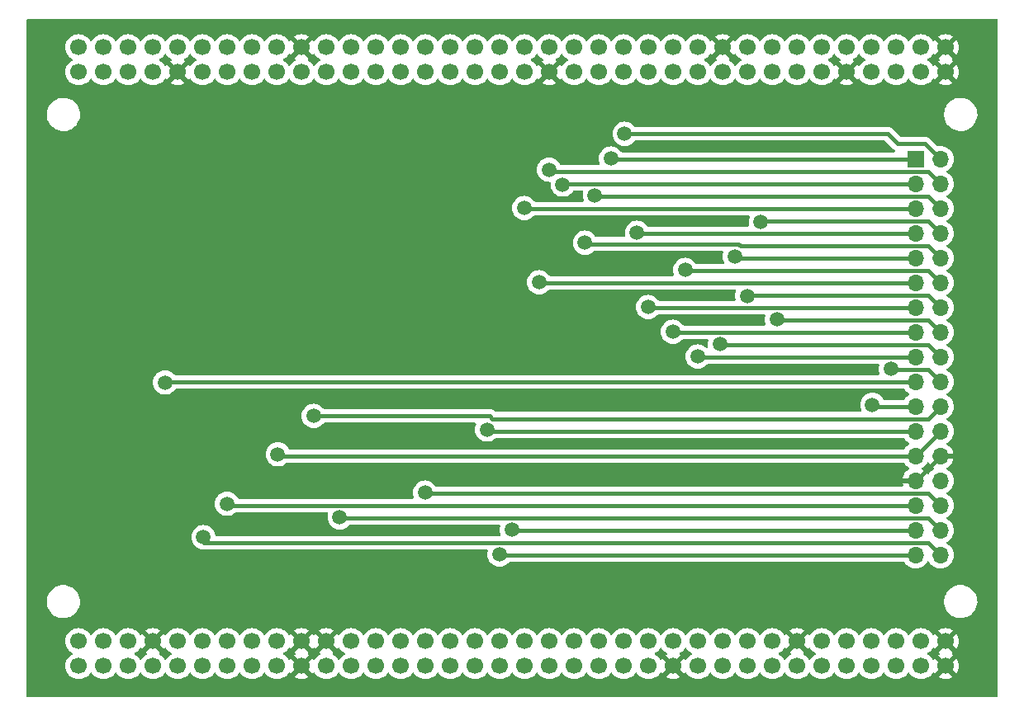
<source format=gbr>
G04 #@! TF.GenerationSoftware,KiCad,Pcbnew,7.0.1*
G04 #@! TF.CreationDate,2023-04-10T20:51:59+02:00*
G04 #@! TF.ProjectId,nucleo144 and 3.2 lcd parallel module,6e75636c-656f-4313-9434-20616e642033,rev?*
G04 #@! TF.SameCoordinates,PX68e7780PY7bfa480*
G04 #@! TF.FileFunction,Copper,L2,Bot*
G04 #@! TF.FilePolarity,Positive*
%FSLAX46Y46*%
G04 Gerber Fmt 4.6, Leading zero omitted, Abs format (unit mm)*
G04 Created by KiCad (PCBNEW 7.0.1) date 2023-04-10 20:51:59*
%MOMM*%
%LPD*%
G01*
G04 APERTURE LIST*
G04 #@! TA.AperFunction,ComponentPad*
%ADD10R,1.700000X1.700000*%
G04 #@! TD*
G04 #@! TA.AperFunction,ComponentPad*
%ADD11O,1.700000X1.700000*%
G04 #@! TD*
G04 #@! TA.AperFunction,ComponentPad*
%ADD12C,1.700000*%
G04 #@! TD*
G04 #@! TA.AperFunction,ViaPad*
%ADD13C,1.500000*%
G04 #@! TD*
G04 #@! TA.AperFunction,Conductor*
%ADD14C,0.400000*%
G04 #@! TD*
G04 APERTURE END LIST*
D10*
G04 #@! TO.P,TFT1,1,CS*
G04 #@! TO.N,LCD_CS*
X91374000Y55419000D03*
D11*
G04 #@! TO.P,TFT1,2,RS*
G04 #@! TO.N,LCD_RS*
X93914000Y55419000D03*
G04 #@! TO.P,TFT1,3,WR*
G04 #@! TO.N,LCD_WR*
X91374000Y52879000D03*
G04 #@! TO.P,TFT1,4,RD*
G04 #@! TO.N,LCD_RD*
X93914000Y52879000D03*
G04 #@! TO.P,TFT1,5,RST*
G04 #@! TO.N,LCD_RST*
X91374000Y50339000D03*
G04 #@! TO.P,TFT1,6,DB0*
G04 #@! TO.N,D0*
X93914000Y50339000D03*
G04 #@! TO.P,TFT1,7,DB1*
G04 #@! TO.N,D1*
X91374000Y47799000D03*
G04 #@! TO.P,TFT1,8,DB2*
G04 #@! TO.N,D2*
X93914000Y47799000D03*
G04 #@! TO.P,TFT1,9,DB3*
G04 #@! TO.N,D3*
X91374000Y45259000D03*
G04 #@! TO.P,TFT1,10,DB4*
G04 #@! TO.N,D4*
X93914000Y45259000D03*
G04 #@! TO.P,TFT1,11,DB5*
G04 #@! TO.N,D5*
X91374000Y42719000D03*
G04 #@! TO.P,TFT1,12,DB6*
G04 #@! TO.N,D6*
X93914000Y42719000D03*
G04 #@! TO.P,TFT1,13,DB7*
G04 #@! TO.N,D7*
X91374000Y40179000D03*
G04 #@! TO.P,TFT1,14,DB8*
G04 #@! TO.N,D8*
X93914000Y40179000D03*
G04 #@! TO.P,TFT1,15,DB9*
G04 #@! TO.N,D9*
X91374000Y37639000D03*
G04 #@! TO.P,TFT1,16,DB10*
G04 #@! TO.N,D10*
X93914000Y37639000D03*
G04 #@! TO.P,TFT1,17,DB11*
G04 #@! TO.N,D11*
X91374000Y35099000D03*
G04 #@! TO.P,TFT1,18,DB12*
G04 #@! TO.N,D12*
X93914000Y35099000D03*
G04 #@! TO.P,TFT1,19,DB13*
G04 #@! TO.N,D13*
X91374000Y32559000D03*
G04 #@! TO.P,TFT1,20,DB14*
G04 #@! TO.N,D14*
X93914000Y32559000D03*
G04 #@! TO.P,TFT1,21,DB15*
G04 #@! TO.N,D15*
X91374000Y30019000D03*
G04 #@! TO.P,TFT1,22,SDCS*
G04 #@! TO.N,SD_CS*
X93914000Y30019000D03*
G04 #@! TO.P,TFT1,23,BL*
G04 #@! TO.N,LCD_BL*
X91374000Y27479000D03*
G04 #@! TO.P,TFT1,24,5V*
G04 #@! TO.N,5V*
X93914000Y27479000D03*
G04 #@! TO.P,TFT1,25,5V*
X91374000Y24939000D03*
G04 #@! TO.P,TFT1,26,GND*
G04 #@! TO.N,GND*
X93914000Y24939000D03*
G04 #@! TO.P,TFT1,27,GND*
X91374000Y22399000D03*
G04 #@! TO.P,TFT1,28,NC*
G04 #@! TO.N,unconnected-(TFT1-NC-Pad28)*
X93914000Y22399000D03*
G04 #@! TO.P,TFT1,29,MISO*
G04 #@! TO.N,SPI_MISO*
X91374000Y19859000D03*
G04 #@! TO.P,TFT1,30,MOSI*
G04 #@! TO.N,SPI_MOSI*
X93914000Y19859000D03*
G04 #@! TO.P,TFT1,31,PEN*
G04 #@! TO.N,PEN*
X91374000Y17319000D03*
G04 #@! TO.P,TFT1,32,F_CS*
G04 #@! TO.N,F_CS*
X93914000Y17319000D03*
G04 #@! TO.P,TFT1,33,T_CS*
G04 #@! TO.N,T_CS*
X91374000Y14779000D03*
G04 #@! TO.P,TFT1,34,CLK*
G04 #@! TO.N,SPI_CLK*
X93914000Y14779000D03*
G04 #@! TD*
D12*
G04 #@! TO.P,U1,1,PC10*
G04 #@! TO.N,unconnected-(U1-PC10-Pad1)*
X5564000Y3377000D03*
G04 #@! TO.P,U1,2,PC11*
G04 #@! TO.N,unconnected-(U1-PC11-Pad2)*
X5564000Y5917000D03*
G04 #@! TO.P,U1,3,PC12*
G04 #@! TO.N,unconnected-(U1-PC12-Pad3)*
X8104000Y3377000D03*
G04 #@! TO.P,U1,4,PD2*
G04 #@! TO.N,unconnected-(U1-PD2-Pad4)*
X8104000Y5917000D03*
G04 #@! TO.P,U1,5,VDD*
G04 #@! TO.N,unconnected-(U1-VDD-Pad5)*
X10644000Y3377000D03*
G04 #@! TO.P,U1,6,E5V*
G04 #@! TO.N,unconnected-(U1-E5V-Pad6)*
X10644000Y5917000D03*
G04 #@! TO.P,U1,7,~{BOOT0}*
G04 #@! TO.N,unconnected-(U1-~{BOOT0}-Pad7)*
X13184000Y3377000D03*
G04 #@! TO.P,U1,8,GND*
G04 #@! TO.N,GND*
X13184000Y5917000D03*
G04 #@! TO.P,U1,9,PF6*
G04 #@! TO.N,unconnected-(U1-PF6-Pad9)*
X15724000Y3377000D03*
G04 #@! TO.P,U1,10,NC*
G04 #@! TO.N,unconnected-(U1-NC-Pad10)*
X15724000Y5917000D03*
G04 #@! TO.P,U1,11,PF7*
G04 #@! TO.N,unconnected-(U1-PF7-Pad11)*
X18264000Y3377000D03*
G04 #@! TO.P,U1,12,IOREF*
G04 #@! TO.N,unconnected-(U1-IOREF-Pad12)*
X18264000Y5917000D03*
G04 #@! TO.P,U1,13,TMS/PA13*
G04 #@! TO.N,unconnected-(U1-TMS{slash}PA13-Pad13)*
X20804000Y3377000D03*
G04 #@! TO.P,U1,14,~{RST}*
G04 #@! TO.N,unconnected-(U1-~{RST}-Pad14)*
X20804000Y5917000D03*
G04 #@! TO.P,U1,15,TCK/PA14*
G04 #@! TO.N,unconnected-(U1-TCK{slash}PA14-Pad15)*
X23344000Y3377000D03*
G04 #@! TO.P,U1,16,+3V3*
G04 #@! TO.N,unconnected-(U1-+3V3-Pad16)*
X23344000Y5917000D03*
G04 #@! TO.P,U1,17,PA15*
G04 #@! TO.N,unconnected-(U1-PA15-Pad17)*
X25884000Y3377000D03*
G04 #@! TO.P,U1,18,+5V*
G04 #@! TO.N,5V*
X25884000Y5917000D03*
G04 #@! TO.P,U1,19,GND*
G04 #@! TO.N,GND*
X28424000Y3377000D03*
G04 #@! TO.P,U1,20,GND*
X28424000Y5917000D03*
G04 #@! TO.P,U1,21,LD2/PB7*
G04 #@! TO.N,unconnected-(U1-LD2{slash}PB7-Pad21)*
X30964000Y3377000D03*
G04 #@! TO.P,U1,22,GND*
G04 #@! TO.N,GND*
X30964000Y5917000D03*
G04 #@! TO.P,U1,23,BT/PC13*
G04 #@! TO.N,unconnected-(U1-BT{slash}PC13-Pad23)*
X33504000Y3377000D03*
G04 #@! TO.P,U1,24,VIN*
G04 #@! TO.N,unconnected-(U1-VIN-Pad24)*
X33504000Y5917000D03*
G04 #@! TO.P,U1,25,RTC_CRYSTAL/PC14*
G04 #@! TO.N,unconnected-(U1-RTC_CRYSTAL{slash}PC14-Pad25)*
X36044000Y3377000D03*
G04 #@! TO.P,U1,26,NC*
G04 #@! TO.N,unconnected-(U1-NC-Pad26)*
X36044000Y5917000D03*
G04 #@! TO.P,U1,27,RTC_CRYSTAL/PC15*
G04 #@! TO.N,unconnected-(U1-RTC_CRYSTAL{slash}PC15-Pad27)*
X38584000Y3377000D03*
G04 #@! TO.P,U1,28,ETH_REF_CLK/PA0*
G04 #@! TO.N,unconnected-(U1-ETH_REF_CLK{slash}PA0-Pad28)*
X38584000Y5917000D03*
G04 #@! TO.P,U1,29,PH0*
G04 #@! TO.N,unconnected-(U1-PH0-Pad29)*
X41124000Y3377000D03*
G04 #@! TO.P,U1,30,ETH_MDIO/PA1*
G04 #@! TO.N,unconnected-(U1-ETH_MDIO{slash}PA1-Pad30)*
X41124000Y5917000D03*
G04 #@! TO.P,U1,31,PH1*
G04 #@! TO.N,unconnected-(U1-PH1-Pad31)*
X43664000Y3377000D03*
G04 #@! TO.P,U1,32,PA4*
G04 #@! TO.N,unconnected-(U1-PA4-Pad32)*
X43664000Y5917000D03*
G04 #@! TO.P,U1,33,VBAT*
G04 #@! TO.N,unconnected-(U1-VBAT-Pad33)*
X46204000Y3377000D03*
G04 #@! TO.P,U1,34,PB0*
G04 #@! TO.N,unconnected-(U1-PB0-Pad34)*
X46204000Y5917000D03*
G04 #@! TO.P,U1,35,PC2*
G04 #@! TO.N,LCD_BL*
X48744000Y3377000D03*
G04 #@! TO.P,U1,36,ETH_MDC/PC1*
G04 #@! TO.N,unconnected-(U1-ETH_MDC{slash}PC1-Pad36)*
X48744000Y5917000D03*
G04 #@! TO.P,U1,37,PC3*
G04 #@! TO.N,PEN*
X51284000Y3377000D03*
G04 #@! TO.P,U1,38,PC0*
G04 #@! TO.N,LCD_RST*
X51284000Y5917000D03*
G04 #@! TO.P,U1,39,PD4*
G04 #@! TO.N,LCD_RD*
X53824000Y3377000D03*
G04 #@! TO.P,U1,40,PD3*
G04 #@! TO.N,unconnected-(U1-PD3-Pad40)*
X53824000Y5917000D03*
G04 #@! TO.P,U1,41,PD5*
G04 #@! TO.N,LCD_WR*
X56364000Y3377000D03*
G04 #@! TO.P,U1,42,PG2*
G04 #@! TO.N,unconnected-(U1-PG2-Pad42)*
X56364000Y5917000D03*
G04 #@! TO.P,U1,43,PD6*
G04 #@! TO.N,unconnected-(U1-PD6-Pad43)*
X58904000Y3377000D03*
G04 #@! TO.P,U1,44,PG3*
G04 #@! TO.N,unconnected-(U1-PG3-Pad44)*
X58904000Y5917000D03*
G04 #@! TO.P,U1,45,PD7*
G04 #@! TO.N,LCD_CS*
X61444000Y3377000D03*
G04 #@! TO.P,U1,46,PE2*
G04 #@! TO.N,unconnected-(U1-PE2-Pad46)*
X61444000Y5917000D03*
G04 #@! TO.P,U1,47,PE3*
G04 #@! TO.N,unconnected-(U1-PE3-Pad47)*
X63984000Y3377000D03*
G04 #@! TO.P,U1,48,PE4*
G04 #@! TO.N,unconnected-(U1-PE4-Pad48)*
X63984000Y5917000D03*
G04 #@! TO.P,U1,49,GND*
G04 #@! TO.N,GND*
X66524000Y3377000D03*
G04 #@! TO.P,U1,50,PE5*
G04 #@! TO.N,unconnected-(U1-PE5-Pad50)*
X66524000Y5917000D03*
G04 #@! TO.P,U1,51,PF1*
G04 #@! TO.N,unconnected-(U1-PF1-Pad51)*
X69064000Y3377000D03*
G04 #@! TO.P,U1,52,PF2*
G04 #@! TO.N,unconnected-(U1-PF2-Pad52)*
X69064000Y5917000D03*
G04 #@! TO.P,U1,53,PF0*
G04 #@! TO.N,unconnected-(U1-PF0-Pad53)*
X71604000Y3377000D03*
G04 #@! TO.P,U1,54,PF8*
G04 #@! TO.N,unconnected-(U1-PF8-Pad54)*
X71604000Y5917000D03*
G04 #@! TO.P,U1,55,PD1*
G04 #@! TO.N,D3*
X74144000Y3377000D03*
G04 #@! TO.P,U1,56,PF9*
G04 #@! TO.N,unconnected-(U1-PF9-Pad56)*
X74144000Y5917000D03*
G04 #@! TO.P,U1,57,PD0*
G04 #@! TO.N,D2*
X76684000Y3377000D03*
G04 #@! TO.P,U1,58,PG1*
G04 #@! TO.N,unconnected-(U1-PG1-Pad58)*
X76684000Y5917000D03*
G04 #@! TO.P,U1,59,PG0*
G04 #@! TO.N,unconnected-(U1-PG0-Pad59)*
X79224000Y3377000D03*
G04 #@! TO.P,U1,60,GND*
G04 #@! TO.N,GND*
X79224000Y5917000D03*
G04 #@! TO.P,U1,61,PE1*
G04 #@! TO.N,unconnected-(U1-PE1-Pad61)*
X81764000Y3377000D03*
G04 #@! TO.P,U1,62,PE6*
G04 #@! TO.N,unconnected-(U1-PE6-Pad62)*
X81764000Y5917000D03*
G04 #@! TO.P,U1,63,PG9*
G04 #@! TO.N,unconnected-(U1-PG9-Pad63)*
X84304000Y3377000D03*
G04 #@! TO.P,U1,64,PG15*
G04 #@! TO.N,unconnected-(U1-PG15-Pad64)*
X84304000Y5917000D03*
G04 #@! TO.P,U1,65,PG12*
G04 #@! TO.N,unconnected-(U1-PG12-Pad65)*
X86844000Y3377000D03*
G04 #@! TO.P,U1,66,PG10*
G04 #@! TO.N,unconnected-(U1-PG10-Pad66)*
X86844000Y5917000D03*
G04 #@! TO.P,U1,67,NC*
G04 #@! TO.N,unconnected-(U1-NC-Pad67)*
X89384000Y3377000D03*
G04 #@! TO.P,U1,68,PG13/ETH_TXD0*
G04 #@! TO.N,unconnected-(U1-PG13{slash}ETH_TXD0-Pad68)*
X89384000Y5917000D03*
G04 #@! TO.P,U1,69,STLINK_RX/PD9*
G04 #@! TO.N,D14*
X91924000Y3377000D03*
G04 #@! TO.P,U1,70,PG11/ETH_TX_EN*
G04 #@! TO.N,unconnected-(U1-PG11{slash}ETH_TX_EN-Pad70)*
X91924000Y5917000D03*
G04 #@! TO.P,U1,71,GND*
G04 #@! TO.N,GND*
X94464000Y3377000D03*
G04 #@! TO.P,U1,72,GND*
X94464000Y5917000D03*
G04 #@! TO.P,U1,73,PC9*
G04 #@! TO.N,unconnected-(U1-PC9-Pad73)*
X5564000Y64337000D03*
G04 #@! TO.P,U1,74,PC8*
G04 #@! TO.N,unconnected-(U1-PC8-Pad74)*
X5564000Y66877000D03*
G04 #@! TO.P,U1,75,PB8*
G04 #@! TO.N,unconnected-(U1-PB8-Pad75)*
X8104000Y64337000D03*
G04 #@! TO.P,U1,76,PC6*
G04 #@! TO.N,unconnected-(U1-PC6-Pad76)*
X8104000Y66877000D03*
G04 #@! TO.P,U1,77,PB9*
G04 #@! TO.N,unconnected-(U1-PB9-Pad77)*
X10644000Y64337000D03*
G04 #@! TO.P,U1,78,ETH_RXD1/PC5*
G04 #@! TO.N,unconnected-(U1-ETH_RXD1{slash}PC5-Pad78)*
X10644000Y66877000D03*
G04 #@! TO.P,U1,79,AVDD*
G04 #@! TO.N,unconnected-(U1-AVDD-Pad79)*
X13184000Y64337000D03*
G04 #@! TO.P,U1,80,U5V*
G04 #@! TO.N,unconnected-(U1-U5V-Pad80)*
X13184000Y66877000D03*
G04 #@! TO.P,U1,81,GND*
G04 #@! TO.N,GND*
X15724000Y64337000D03*
G04 #@! TO.P,U1,82,STLINK_TX/PD8*
G04 #@! TO.N,D13*
X15724000Y66877000D03*
G04 #@! TO.P,U1,83,PA5*
G04 #@! TO.N,SPI_CLK*
X18264000Y64337000D03*
G04 #@! TO.P,U1,84,USB_DP/PA12*
G04 #@! TO.N,unconnected-(U1-USB_DP{slash}PA12-Pad84)*
X18264000Y66877000D03*
G04 #@! TO.P,U1,85,PA6*
G04 #@! TO.N,SPI_MISO*
X20804000Y64337000D03*
G04 #@! TO.P,U1,86,USB_DM/PA11*
G04 #@! TO.N,unconnected-(U1-USB_DM{slash}PA11-Pad86)*
X20804000Y66877000D03*
G04 #@! TO.P,U1,87,ETH_CRS_DV/PA7*
G04 #@! TO.N,unconnected-(U1-ETH_CRS_DV{slash}PA7-Pad87)*
X23344000Y64337000D03*
G04 #@! TO.P,U1,88,PB12*
G04 #@! TO.N,unconnected-(U1-PB12-Pad88)*
X23344000Y66877000D03*
G04 #@! TO.P,U1,89,PB6*
G04 #@! TO.N,unconnected-(U1-PB6-Pad89)*
X25884000Y64337000D03*
G04 #@! TO.P,U1,90,PB11*
G04 #@! TO.N,unconnected-(U1-PB11-Pad90)*
X25884000Y66877000D03*
G04 #@! TO.P,U1,91,PC7*
G04 #@! TO.N,unconnected-(U1-PC7-Pad91)*
X28424000Y64337000D03*
G04 #@! TO.P,U1,92,GND*
G04 #@! TO.N,GND*
X28424000Y66877000D03*
G04 #@! TO.P,U1,93,USB_VBUS/PA9*
G04 #@! TO.N,unconnected-(U1-USB_VBUS{slash}PA9-Pad93)*
X30964000Y64337000D03*
G04 #@! TO.P,U1,94,PB2*
G04 #@! TO.N,SD_CS*
X30964000Y66877000D03*
G04 #@! TO.P,U1,95,USB_SOF/PA8*
G04 #@! TO.N,unconnected-(U1-USB_SOF{slash}PA8-Pad95)*
X33504000Y64337000D03*
G04 #@! TO.P,U1,96,PB1*
G04 #@! TO.N,F_CS*
X33504000Y66877000D03*
G04 #@! TO.P,U1,97,PB10*
G04 #@! TO.N,unconnected-(U1-PB10-Pad97)*
X36044000Y64337000D03*
G04 #@! TO.P,U1,98,PB15*
G04 #@! TO.N,unconnected-(U1-PB15-Pad98)*
X36044000Y66877000D03*
G04 #@! TO.P,U1,99,PB4*
G04 #@! TO.N,unconnected-(U1-PB4-Pad99)*
X38584000Y64337000D03*
G04 #@! TO.P,U1,100,LD3/PB14*
G04 #@! TO.N,unconnected-(U1-LD3{slash}PB14-Pad100)*
X38584000Y66877000D03*
G04 #@! TO.P,U1,101,PB5*
G04 #@! TO.N,SPI_MOSI*
X41124000Y64337000D03*
G04 #@! TO.P,U1,102,ETH_TXD1/PB13*
G04 #@! TO.N,unconnected-(U1-ETH_TXD1{slash}PB13-Pad102)*
X41124000Y66877000D03*
G04 #@! TO.P,U1,103,SWO/PB3*
G04 #@! TO.N,unconnected-(U1-SWO{slash}PB3-Pad103)*
X43664000Y64337000D03*
G04 #@! TO.P,U1,104,AGND*
G04 #@! TO.N,unconnected-(U1-AGND-Pad104)*
X43664000Y66877000D03*
G04 #@! TO.P,U1,105,USB_ID/PA10*
G04 #@! TO.N,unconnected-(U1-USB_ID{slash}PA10-Pad105)*
X46204000Y64337000D03*
G04 #@! TO.P,U1,106,ETH_RXD0/PC4*
G04 #@! TO.N,unconnected-(U1-ETH_RXD0{slash}PC4-Pad106)*
X46204000Y66877000D03*
G04 #@! TO.P,U1,107,PA2*
G04 #@! TO.N,unconnected-(U1-PA2-Pad107)*
X48744000Y64337000D03*
G04 #@! TO.P,U1,108,PF5*
G04 #@! TO.N,unconnected-(U1-PF5-Pad108)*
X48744000Y66877000D03*
G04 #@! TO.P,U1,109,PA3*
G04 #@! TO.N,T_CS*
X51284000Y64337000D03*
G04 #@! TO.P,U1,110,PF4*
G04 #@! TO.N,unconnected-(U1-PF4-Pad110)*
X51284000Y66877000D03*
G04 #@! TO.P,U1,111,GND*
G04 #@! TO.N,GND*
X53824000Y64337000D03*
G04 #@! TO.P,U1,112,PE8*
G04 #@! TO.N,D5*
X53824000Y66877000D03*
G04 #@! TO.P,U1,113,PD13*
G04 #@! TO.N,unconnected-(U1-PD13-Pad113)*
X56364000Y64337000D03*
G04 #@! TO.P,U1,114,PF10*
G04 #@! TO.N,unconnected-(U1-PF10-Pad114)*
X56364000Y66877000D03*
G04 #@! TO.P,U1,115,PD12*
G04 #@! TO.N,unconnected-(U1-PD12-Pad115)*
X58904000Y64337000D03*
G04 #@! TO.P,U1,116,PE7*
G04 #@! TO.N,D4*
X58904000Y66877000D03*
G04 #@! TO.P,U1,117,PD11*
G04 #@! TO.N,LCD_RS*
X61444000Y64337000D03*
G04 #@! TO.P,U1,118,PD14*
G04 #@! TO.N,D0*
X61444000Y66877000D03*
G04 #@! TO.P,U1,119,PE10*
G04 #@! TO.N,D7*
X63984000Y64337000D03*
G04 #@! TO.P,U1,120,PD15*
G04 #@! TO.N,D1*
X63984000Y66877000D03*
G04 #@! TO.P,U1,121,PE12*
G04 #@! TO.N,D9*
X66524000Y64337000D03*
G04 #@! TO.P,U1,122,PF14*
G04 #@! TO.N,unconnected-(U1-PF14-Pad122)*
X66524000Y66877000D03*
G04 #@! TO.P,U1,123,PE14*
G04 #@! TO.N,D11*
X69064000Y64337000D03*
G04 #@! TO.P,U1,124,PE9*
G04 #@! TO.N,D6*
X69064000Y66877000D03*
G04 #@! TO.P,U1,125,PE15*
G04 #@! TO.N,D12*
X71604000Y64337000D03*
G04 #@! TO.P,U1,126,GND*
G04 #@! TO.N,GND*
X71604000Y66877000D03*
G04 #@! TO.P,U1,127,PE13*
G04 #@! TO.N,D10*
X74144000Y64337000D03*
G04 #@! TO.P,U1,128,PE11*
G04 #@! TO.N,D8*
X74144000Y66877000D03*
G04 #@! TO.P,U1,129,PF13*
G04 #@! TO.N,unconnected-(U1-PF13-Pad129)*
X76684000Y64337000D03*
G04 #@! TO.P,U1,130,PF3*
G04 #@! TO.N,unconnected-(U1-PF3-Pad130)*
X76684000Y66877000D03*
G04 #@! TO.P,U1,131,PF12*
G04 #@! TO.N,unconnected-(U1-PF12-Pad131)*
X79224000Y64337000D03*
G04 #@! TO.P,U1,132,PF15*
G04 #@! TO.N,unconnected-(U1-PF15-Pad132)*
X79224000Y66877000D03*
G04 #@! TO.P,U1,133,PG14*
G04 #@! TO.N,unconnected-(U1-PG14-Pad133)*
X81764000Y64337000D03*
G04 #@! TO.P,U1,134,PF11*
G04 #@! TO.N,unconnected-(U1-PF11-Pad134)*
X81764000Y66877000D03*
G04 #@! TO.P,U1,135,GND*
G04 #@! TO.N,GND*
X84304000Y64337000D03*
G04 #@! TO.P,U1,136,PE0*
G04 #@! TO.N,unconnected-(U1-PE0-Pad136)*
X84304000Y66877000D03*
G04 #@! TO.P,U1,137,PD10*
G04 #@! TO.N,D15*
X86844000Y64337000D03*
G04 #@! TO.P,U1,138,PG8*
G04 #@! TO.N,unconnected-(U1-PG8-Pad138)*
X86844000Y66877000D03*
G04 #@! TO.P,U1,139,PG7/USB_GPIO_IN*
G04 #@! TO.N,unconnected-(U1-PG7{slash}USB_GPIO_IN-Pad139)*
X89384000Y64337000D03*
G04 #@! TO.P,U1,140,PG5*
G04 #@! TO.N,unconnected-(U1-PG5-Pad140)*
X89384000Y66877000D03*
G04 #@! TO.P,U1,141,PG4*
G04 #@! TO.N,unconnected-(U1-PG4-Pad141)*
X91924000Y64337000D03*
G04 #@! TO.P,U1,142,PG6/USB_GPIO_OUT*
G04 #@! TO.N,unconnected-(U1-PG6{slash}USB_GPIO_OUT-Pad142)*
X91924000Y66877000D03*
G04 #@! TO.P,U1,143,GND*
G04 #@! TO.N,GND*
X94464000Y64337000D03*
G04 #@! TO.P,U1,144,GND*
X94464000Y66877000D03*
G04 #@! TD*
D13*
G04 #@! TO.N,5V*
X25985000Y25122000D03*
G04 #@! TO.N,LCD_RD*
X53798000Y54332000D03*
G04 #@! TO.N,LCD_WR*
X55195000Y52808000D03*
G04 #@! TO.N,LCD_CS*
X60148000Y55475000D03*
G04 #@! TO.N,LCD_RST*
X51258000Y50395000D03*
G04 #@! TO.N,LCD_RS*
X61545000Y58015000D03*
G04 #@! TO.N,LCD_BL*
X47448000Y27662000D03*
G04 #@! TO.N,SPI_MISO*
X20778000Y20042000D03*
G04 #@! TO.N,SPI_MOSI*
X41098000Y21185000D03*
G04 #@! TO.N,PEN*
X49988000Y17375000D03*
G04 #@! TO.N,F_CS*
X32335000Y18645000D03*
G04 #@! TO.N,T_CS*
X48718000Y14835000D03*
G04 #@! TO.N,SPI_CLK*
X18365000Y16613000D03*
G04 #@! TO.N,SD_CS*
X29668000Y29059000D03*
G04 #@! TO.N,D0*
X58497000Y51665000D03*
G04 #@! TO.N,D1*
X62815000Y47855000D03*
G04 #@! TO.N,D2*
X75515000Y48948500D03*
G04 #@! TO.N,D3*
X72848000Y45442000D03*
G04 #@! TO.N,D4*
X57481000Y46839000D03*
G04 #@! TO.N,D5*
X52782000Y42775000D03*
G04 #@! TO.N,D6*
X67768000Y44045000D03*
G04 #@! TO.N,D7*
X63958000Y40235000D03*
G04 #@! TO.N,D8*
X74118000Y41378000D03*
G04 #@! TO.N,D9*
X66498000Y37695000D03*
G04 #@! TO.N,D10*
X77166000Y38965000D03*
G04 #@! TO.N,D11*
X69038000Y35155000D03*
G04 #@! TO.N,D12*
X71324000Y36425000D03*
G04 #@! TO.N,D13*
X14428000Y32488000D03*
G04 #@! TO.N,D14*
X88850000Y33885000D03*
G04 #@! TO.N,D15*
X86945000Y30202000D03*
G04 #@! TD*
D14*
G04 #@! TO.N,5V*
X93914000Y27479000D02*
X91374000Y24939000D01*
X91374000Y24939000D02*
X26168000Y24939000D01*
X26168000Y24939000D02*
X25985000Y25122000D01*
G04 #@! TO.N,LCD_RD*
X54001000Y54129000D02*
X53798000Y54332000D01*
X93914000Y52879000D02*
X92664000Y54129000D01*
X92664000Y54129000D02*
X54001000Y54129000D01*
G04 #@! TO.N,LCD_WR*
X55266000Y52879000D02*
X55195000Y52808000D01*
X91374000Y52879000D02*
X55266000Y52879000D01*
G04 #@! TO.N,LCD_CS*
X60204000Y55419000D02*
X60148000Y55475000D01*
X91374000Y55419000D02*
X60204000Y55419000D01*
G04 #@! TO.N,LCD_RST*
X51314000Y50339000D02*
X51258000Y50395000D01*
X91374000Y50339000D02*
X51314000Y50339000D01*
G04 #@! TO.N,LCD_RS*
X89500000Y57000000D02*
X88485000Y58015000D01*
X89500000Y57000000D02*
X92333000Y57000000D01*
X92333000Y57000000D02*
X93914000Y55419000D01*
X88485000Y58015000D02*
X61545000Y58015000D01*
G04 #@! TO.N,LCD_BL*
X91374000Y27479000D02*
X47631000Y27479000D01*
X47631000Y27479000D02*
X47448000Y27662000D01*
G04 #@! TO.N,GND*
X93914000Y24939000D02*
X91374000Y22399000D01*
G04 #@! TO.N,SPI_MISO*
X91374000Y19859000D02*
X20961000Y19859000D01*
X20961000Y19859000D02*
X20778000Y20042000D01*
G04 #@! TO.N,SPI_MOSI*
X92664000Y21109000D02*
X41174000Y21109000D01*
X93914000Y19859000D02*
X92664000Y21109000D01*
X41174000Y21109000D02*
X41098000Y21185000D01*
G04 #@! TO.N,PEN*
X91374000Y17319000D02*
X50044000Y17319000D01*
X50044000Y17319000D02*
X49988000Y17375000D01*
G04 #@! TO.N,F_CS*
X32411000Y18569000D02*
X32335000Y18645000D01*
X93914000Y17319000D02*
X92664000Y18569000D01*
X92664000Y18569000D02*
X32411000Y18569000D01*
G04 #@! TO.N,T_CS*
X48774000Y14779000D02*
X48718000Y14835000D01*
X91374000Y14779000D02*
X48774000Y14779000D01*
G04 #@! TO.N,SPI_CLK*
X18238000Y16232000D02*
X18365000Y16359000D01*
X18441000Y16029000D02*
X18238000Y16232000D01*
X93914000Y14779000D02*
X92664000Y16029000D01*
X18365000Y16359000D02*
X18365000Y16613000D01*
X92664000Y16029000D02*
X18441000Y16029000D01*
G04 #@! TO.N,SD_CS*
X92664000Y28769000D02*
X47967346Y28769000D01*
X93914000Y30019000D02*
X92664000Y28769000D01*
X47967346Y28769000D02*
X47677346Y29059000D01*
X47677346Y29059000D02*
X29668000Y29059000D01*
G04 #@! TO.N,D0*
X92624000Y51629000D02*
X58533000Y51629000D01*
X93914000Y50339000D02*
X92624000Y51629000D01*
X58533000Y51629000D02*
X58497000Y51665000D01*
G04 #@! TO.N,D1*
X62871000Y47799000D02*
X62815000Y47855000D01*
X91374000Y47799000D02*
X62871000Y47799000D01*
G04 #@! TO.N,D2*
X75615500Y49049000D02*
X75515000Y48948500D01*
X92664000Y49049000D02*
X75615500Y49049000D01*
X93914000Y47799000D02*
X92664000Y49049000D01*
G04 #@! TO.N,D3*
X73031000Y45259000D02*
X72848000Y45442000D01*
X91374000Y45259000D02*
X73031000Y45259000D01*
G04 #@! TO.N,D4*
X73407346Y46509000D02*
X73211346Y46705000D01*
X93914000Y45259000D02*
X92664000Y46509000D01*
X57615000Y46705000D02*
X57481000Y46839000D01*
X92664000Y46509000D02*
X73407346Y46509000D01*
X73211346Y46705000D02*
X57615000Y46705000D01*
G04 #@! TO.N,D5*
X52838000Y42719000D02*
X52782000Y42775000D01*
X91374000Y42719000D02*
X52838000Y42719000D01*
G04 #@! TO.N,D6*
X93914000Y42719000D02*
X92664000Y43969000D01*
X67844000Y43969000D02*
X67768000Y44045000D01*
X92664000Y43969000D02*
X67844000Y43969000D01*
G04 #@! TO.N,D7*
X91374000Y40179000D02*
X64014000Y40179000D01*
X64014000Y40179000D02*
X63958000Y40235000D01*
G04 #@! TO.N,D8*
X93914000Y40179000D02*
X92664000Y41429000D01*
X74169000Y41429000D02*
X74118000Y41378000D01*
X92664000Y41429000D02*
X74169000Y41429000D01*
G04 #@! TO.N,D9*
X66554000Y37639000D02*
X66498000Y37695000D01*
X91374000Y37639000D02*
X66554000Y37639000D01*
G04 #@! TO.N,D10*
X92664000Y38889000D02*
X77242000Y38889000D01*
X77242000Y38889000D02*
X77166000Y38965000D01*
X93914000Y37639000D02*
X92664000Y38889000D01*
G04 #@! TO.N,D11*
X91374000Y35099000D02*
X69094000Y35099000D01*
X69094000Y35099000D02*
X69038000Y35155000D01*
G04 #@! TO.N,D12*
X93914000Y35099000D02*
X92664000Y36349000D01*
X92664000Y36349000D02*
X71400000Y36349000D01*
X71400000Y36349000D02*
X71324000Y36425000D01*
G04 #@! TO.N,D13*
X91374000Y32559000D02*
X14499000Y32559000D01*
X14499000Y32559000D02*
X14428000Y32488000D01*
G04 #@! TO.N,D14*
X93914000Y32559000D02*
X92664000Y33809000D01*
X88926000Y33809000D02*
X88850000Y33885000D01*
X92664000Y33809000D02*
X88926000Y33809000D01*
G04 #@! TO.N,D15*
X91374000Y30019000D02*
X87128000Y30019000D01*
X87128000Y30019000D02*
X86945000Y30202000D01*
G04 #@! TD*
G04 #@! TA.AperFunction,Conductor*
G04 #@! TO.N,GND*
G36*
X92701562Y24292461D02*
G01*
X92745880Y24253596D01*
X92875893Y24067919D01*
X93042918Y23900894D01*
X93228595Y23770881D01*
X93267460Y23726563D01*
X93281471Y23669306D01*
X93267460Y23612049D01*
X93228595Y23567731D01*
X93042595Y23437492D01*
X92875508Y23270405D01*
X92745269Y23084404D01*
X92700951Y23045539D01*
X92643694Y23031528D01*
X92586437Y23045539D01*
X92542119Y23084405D01*
X92412109Y23270079D01*
X92245081Y23437107D01*
X92059404Y23567120D01*
X92020539Y23611438D01*
X92006528Y23668695D01*
X92020539Y23725952D01*
X92059402Y23770268D01*
X92245401Y23900505D01*
X92412495Y24067599D01*
X92542732Y24253598D01*
X92587048Y24292461D01*
X92644305Y24306472D01*
X92701562Y24292461D01*
G37*
G04 #@! TD.AperFunction*
G04 #@! TA.AperFunction,Conductor*
G36*
X99737500Y69782887D02*
G01*
X99782887Y69737500D01*
X99799500Y69675500D01*
X99799500Y324500D01*
X99782887Y262500D01*
X99737500Y217113D01*
X99675500Y200500D01*
X324500Y200500D01*
X262500Y217113D01*
X217113Y262500D01*
X200500Y324500D01*
X200500Y3377001D01*
X4208340Y3377001D01*
X4228936Y3141593D01*
X4260593Y3023447D01*
X4290097Y2913337D01*
X4389965Y2699170D01*
X4525505Y2505599D01*
X4692599Y2338505D01*
X4886170Y2202965D01*
X5100337Y2103097D01*
X5328592Y2041937D01*
X5564000Y2021341D01*
X5799408Y2041937D01*
X6027663Y2103097D01*
X6241830Y2202965D01*
X6435401Y2338505D01*
X6602495Y2505599D01*
X6732426Y2691161D01*
X6776743Y2730025D01*
X6834000Y2744036D01*
X6891257Y2730025D01*
X6935573Y2691161D01*
X7065505Y2505599D01*
X7232599Y2338505D01*
X7426170Y2202965D01*
X7640337Y2103097D01*
X7868592Y2041937D01*
X8104000Y2021341D01*
X8339408Y2041937D01*
X8567663Y2103097D01*
X8781830Y2202965D01*
X8975401Y2338505D01*
X9142495Y2505599D01*
X9272426Y2691161D01*
X9316743Y2730025D01*
X9374000Y2744036D01*
X9431257Y2730025D01*
X9475573Y2691161D01*
X9605505Y2505599D01*
X9772599Y2338505D01*
X9966170Y2202965D01*
X10180337Y2103097D01*
X10408592Y2041937D01*
X10644000Y2021341D01*
X10879408Y2041937D01*
X11107663Y2103097D01*
X11321830Y2202965D01*
X11515401Y2338505D01*
X11682495Y2505599D01*
X11812426Y2691161D01*
X11856743Y2730025D01*
X11914000Y2744036D01*
X11971257Y2730025D01*
X12015573Y2691161D01*
X12145505Y2505599D01*
X12312599Y2338505D01*
X12506170Y2202965D01*
X12720337Y2103097D01*
X12948592Y2041937D01*
X13184000Y2021341D01*
X13419408Y2041937D01*
X13647663Y2103097D01*
X13861830Y2202965D01*
X14055401Y2338505D01*
X14222495Y2505599D01*
X14352426Y2691161D01*
X14396743Y2730025D01*
X14454000Y2744036D01*
X14511257Y2730025D01*
X14555573Y2691161D01*
X14685505Y2505599D01*
X14852599Y2338505D01*
X15046170Y2202965D01*
X15260337Y2103097D01*
X15488592Y2041937D01*
X15724000Y2021341D01*
X15959408Y2041937D01*
X16187663Y2103097D01*
X16401830Y2202965D01*
X16595401Y2338505D01*
X16762495Y2505599D01*
X16892426Y2691161D01*
X16936743Y2730025D01*
X16994000Y2744036D01*
X17051257Y2730025D01*
X17095573Y2691161D01*
X17225505Y2505599D01*
X17392599Y2338505D01*
X17586170Y2202965D01*
X17800337Y2103097D01*
X18028592Y2041937D01*
X18264000Y2021341D01*
X18499408Y2041937D01*
X18727663Y2103097D01*
X18941830Y2202965D01*
X19135401Y2338505D01*
X19302495Y2505599D01*
X19432426Y2691161D01*
X19476743Y2730025D01*
X19534000Y2744036D01*
X19591257Y2730025D01*
X19635573Y2691161D01*
X19765505Y2505599D01*
X19932599Y2338505D01*
X20126170Y2202965D01*
X20340337Y2103097D01*
X20568592Y2041937D01*
X20804000Y2021341D01*
X21039408Y2041937D01*
X21267663Y2103097D01*
X21481830Y2202965D01*
X21675401Y2338505D01*
X21842495Y2505599D01*
X21972426Y2691161D01*
X22016743Y2730025D01*
X22074000Y2744036D01*
X22131257Y2730025D01*
X22175573Y2691161D01*
X22305505Y2505599D01*
X22472599Y2338505D01*
X22666170Y2202965D01*
X22880337Y2103097D01*
X23108592Y2041937D01*
X23344000Y2021341D01*
X23579408Y2041937D01*
X23807663Y2103097D01*
X24021830Y2202965D01*
X24215401Y2338505D01*
X24382495Y2505599D01*
X24512426Y2691161D01*
X24556743Y2730025D01*
X24614000Y2744036D01*
X24671257Y2730025D01*
X24715573Y2691161D01*
X24845505Y2505599D01*
X25012599Y2338505D01*
X25206170Y2202965D01*
X25420337Y2103097D01*
X25648592Y2041937D01*
X25884000Y2021341D01*
X26119408Y2041937D01*
X26347663Y2103097D01*
X26561830Y2202965D01*
X26646248Y2262075D01*
X27662625Y2262075D01*
X27746420Y2203401D01*
X27960507Y2103570D01*
X28188681Y2042431D01*
X28424000Y2021843D01*
X28659318Y2042431D01*
X28887492Y2103570D01*
X29101576Y2203400D01*
X29185373Y2262075D01*
X28424000Y3023447D01*
X27662625Y2262075D01*
X26646248Y2262075D01*
X26755401Y2338505D01*
X26922495Y2505599D01*
X27052732Y2691598D01*
X27097048Y2730461D01*
X27154305Y2744472D01*
X27211562Y2730461D01*
X27255880Y2691595D01*
X27309073Y2615627D01*
X28070447Y3376999D01*
X28070447Y3377000D01*
X28777553Y3377000D01*
X29538925Y2615627D01*
X29592119Y2691595D01*
X29636437Y2730461D01*
X29693694Y2744472D01*
X29750951Y2730461D01*
X29795267Y2691598D01*
X29925505Y2505599D01*
X30092599Y2338505D01*
X30286170Y2202965D01*
X30500337Y2103097D01*
X30728592Y2041937D01*
X30964000Y2021341D01*
X31199408Y2041937D01*
X31427663Y2103097D01*
X31641830Y2202965D01*
X31835401Y2338505D01*
X32002495Y2505599D01*
X32132426Y2691161D01*
X32176743Y2730025D01*
X32234000Y2744036D01*
X32291257Y2730025D01*
X32335573Y2691161D01*
X32465505Y2505599D01*
X32632599Y2338505D01*
X32826170Y2202965D01*
X33040337Y2103097D01*
X33268592Y2041937D01*
X33504000Y2021341D01*
X33739408Y2041937D01*
X33967663Y2103097D01*
X34181830Y2202965D01*
X34375401Y2338505D01*
X34542495Y2505599D01*
X34672426Y2691161D01*
X34716743Y2730025D01*
X34774000Y2744036D01*
X34831257Y2730025D01*
X34875573Y2691161D01*
X35005505Y2505599D01*
X35172599Y2338505D01*
X35366170Y2202965D01*
X35580337Y2103097D01*
X35808592Y2041937D01*
X36044000Y2021341D01*
X36279408Y2041937D01*
X36507663Y2103097D01*
X36721830Y2202965D01*
X36915401Y2338505D01*
X37082495Y2505599D01*
X37212426Y2691161D01*
X37256743Y2730025D01*
X37314000Y2744036D01*
X37371257Y2730025D01*
X37415573Y2691161D01*
X37545505Y2505599D01*
X37712599Y2338505D01*
X37906170Y2202965D01*
X38120337Y2103097D01*
X38348592Y2041937D01*
X38584000Y2021341D01*
X38819408Y2041937D01*
X39047663Y2103097D01*
X39261830Y2202965D01*
X39455401Y2338505D01*
X39622495Y2505599D01*
X39752426Y2691161D01*
X39796743Y2730025D01*
X39854000Y2744036D01*
X39911257Y2730025D01*
X39955573Y2691161D01*
X40085505Y2505599D01*
X40252599Y2338505D01*
X40446170Y2202965D01*
X40660337Y2103097D01*
X40888592Y2041937D01*
X41124000Y2021341D01*
X41359408Y2041937D01*
X41587663Y2103097D01*
X41801830Y2202965D01*
X41995401Y2338505D01*
X42162495Y2505599D01*
X42292426Y2691161D01*
X42336743Y2730025D01*
X42394000Y2744036D01*
X42451257Y2730025D01*
X42495573Y2691161D01*
X42625505Y2505599D01*
X42792599Y2338505D01*
X42986170Y2202965D01*
X43200337Y2103097D01*
X43428592Y2041937D01*
X43664000Y2021341D01*
X43899408Y2041937D01*
X44127663Y2103097D01*
X44341830Y2202965D01*
X44535401Y2338505D01*
X44702495Y2505599D01*
X44832426Y2691161D01*
X44876743Y2730025D01*
X44934000Y2744036D01*
X44991257Y2730025D01*
X45035573Y2691161D01*
X45165505Y2505599D01*
X45332599Y2338505D01*
X45526170Y2202965D01*
X45740337Y2103097D01*
X45968592Y2041937D01*
X46204000Y2021341D01*
X46439408Y2041937D01*
X46667663Y2103097D01*
X46881830Y2202965D01*
X47075401Y2338505D01*
X47242495Y2505599D01*
X47372426Y2691161D01*
X47416743Y2730025D01*
X47474000Y2744036D01*
X47531257Y2730025D01*
X47575573Y2691161D01*
X47705505Y2505599D01*
X47872599Y2338505D01*
X48066170Y2202965D01*
X48280337Y2103097D01*
X48508592Y2041937D01*
X48744000Y2021341D01*
X48979408Y2041937D01*
X49207663Y2103097D01*
X49421830Y2202965D01*
X49615401Y2338505D01*
X49782495Y2505599D01*
X49912426Y2691161D01*
X49956743Y2730025D01*
X50014000Y2744036D01*
X50071257Y2730025D01*
X50115573Y2691161D01*
X50245505Y2505599D01*
X50412599Y2338505D01*
X50606170Y2202965D01*
X50820337Y2103097D01*
X51048592Y2041937D01*
X51284000Y2021341D01*
X51519408Y2041937D01*
X51747663Y2103097D01*
X51961830Y2202965D01*
X52155401Y2338505D01*
X52322495Y2505599D01*
X52452426Y2691161D01*
X52496743Y2730025D01*
X52554000Y2744036D01*
X52611257Y2730025D01*
X52655573Y2691161D01*
X52785505Y2505599D01*
X52952599Y2338505D01*
X53146170Y2202965D01*
X53360337Y2103097D01*
X53588592Y2041937D01*
X53824000Y2021341D01*
X54059408Y2041937D01*
X54287663Y2103097D01*
X54501830Y2202965D01*
X54695401Y2338505D01*
X54862495Y2505599D01*
X54992426Y2691161D01*
X55036743Y2730025D01*
X55094000Y2744036D01*
X55151257Y2730025D01*
X55195573Y2691161D01*
X55325505Y2505599D01*
X55492599Y2338505D01*
X55686170Y2202965D01*
X55900337Y2103097D01*
X56128592Y2041937D01*
X56364000Y2021341D01*
X56599408Y2041937D01*
X56827663Y2103097D01*
X57041830Y2202965D01*
X57235401Y2338505D01*
X57402495Y2505599D01*
X57532426Y2691161D01*
X57576743Y2730025D01*
X57634000Y2744036D01*
X57691257Y2730025D01*
X57735573Y2691161D01*
X57865505Y2505599D01*
X58032599Y2338505D01*
X58226170Y2202965D01*
X58440337Y2103097D01*
X58668592Y2041937D01*
X58904000Y2021341D01*
X59139408Y2041937D01*
X59367663Y2103097D01*
X59581830Y2202965D01*
X59775401Y2338505D01*
X59942495Y2505599D01*
X60072426Y2691161D01*
X60116743Y2730025D01*
X60174000Y2744036D01*
X60231257Y2730025D01*
X60275573Y2691161D01*
X60405505Y2505599D01*
X60572599Y2338505D01*
X60766170Y2202965D01*
X60980337Y2103097D01*
X61208592Y2041937D01*
X61444000Y2021341D01*
X61679408Y2041937D01*
X61907663Y2103097D01*
X62121830Y2202965D01*
X62315401Y2338505D01*
X62482495Y2505599D01*
X62612426Y2691161D01*
X62656743Y2730025D01*
X62714000Y2744036D01*
X62771257Y2730025D01*
X62815573Y2691161D01*
X62945505Y2505599D01*
X63112599Y2338505D01*
X63306170Y2202965D01*
X63520337Y2103097D01*
X63748592Y2041937D01*
X63984000Y2021341D01*
X64219408Y2041937D01*
X64447663Y2103097D01*
X64661830Y2202965D01*
X64746248Y2262075D01*
X65762625Y2262075D01*
X65846420Y2203401D01*
X66060507Y2103570D01*
X66288681Y2042431D01*
X66524000Y2021843D01*
X66759318Y2042431D01*
X66987492Y2103570D01*
X67201576Y2203400D01*
X67285373Y2262075D01*
X66524000Y3023447D01*
X65762625Y2262075D01*
X64746248Y2262075D01*
X64855401Y2338505D01*
X65022495Y2505599D01*
X65152732Y2691598D01*
X65197048Y2730461D01*
X65254305Y2744472D01*
X65311562Y2730461D01*
X65355880Y2691595D01*
X65409073Y2615627D01*
X66170447Y3376999D01*
X66170447Y3377001D01*
X65409073Y4138374D01*
X65355881Y4062406D01*
X65311563Y4023540D01*
X65254306Y4009529D01*
X65197048Y4023540D01*
X65152730Y4062405D01*
X65022495Y4248401D01*
X64855401Y4415495D01*
X64669839Y4545427D01*
X64630974Y4589745D01*
X64616964Y4647001D01*
X64630975Y4704258D01*
X64669837Y4748572D01*
X64855401Y4878505D01*
X65022495Y5045599D01*
X65152426Y5231161D01*
X65196743Y5270025D01*
X65254000Y5284036D01*
X65311257Y5270025D01*
X65355573Y5231161D01*
X65485505Y5045599D01*
X65652599Y4878505D01*
X65838597Y4748268D01*
X65877460Y4703952D01*
X65891471Y4646694D01*
X65877460Y4589437D01*
X65838594Y4545119D01*
X65762626Y4491927D01*
X66524000Y3730553D01*
X66524001Y3730553D01*
X67285373Y4491927D01*
X67285373Y4491928D01*
X67209405Y4545120D01*
X67170539Y4589438D01*
X67156528Y4646695D01*
X67170539Y4703952D01*
X67209402Y4748268D01*
X67395401Y4878505D01*
X67562495Y5045599D01*
X67692426Y5231161D01*
X67736743Y5270025D01*
X67794000Y5284036D01*
X67851257Y5270025D01*
X67895573Y5231161D01*
X68025505Y5045599D01*
X68192599Y4878505D01*
X68378160Y4748574D01*
X68417024Y4704257D01*
X68431035Y4647000D01*
X68417024Y4589743D01*
X68378159Y4545425D01*
X68192595Y4415492D01*
X68025508Y4248405D01*
X68025505Y4248402D01*
X68025505Y4248401D01*
X67895271Y4062406D01*
X67895270Y4062405D01*
X67850952Y4023540D01*
X67793695Y4009529D01*
X67736438Y4023540D01*
X67692120Y4062405D01*
X67638925Y4138374D01*
X67638925Y4138375D01*
X66877553Y3377000D01*
X66877553Y3376999D01*
X67638925Y2615627D01*
X67692119Y2691595D01*
X67736437Y2730461D01*
X67793694Y2744472D01*
X67850951Y2730461D01*
X67895267Y2691598D01*
X68025505Y2505599D01*
X68192599Y2338505D01*
X68386170Y2202965D01*
X68600337Y2103097D01*
X68828592Y2041937D01*
X69064000Y2021341D01*
X69299408Y2041937D01*
X69527663Y2103097D01*
X69741830Y2202965D01*
X69935401Y2338505D01*
X70102495Y2505599D01*
X70232426Y2691161D01*
X70276743Y2730025D01*
X70334000Y2744036D01*
X70391257Y2730025D01*
X70435573Y2691161D01*
X70565505Y2505599D01*
X70732599Y2338505D01*
X70926170Y2202965D01*
X71140337Y2103097D01*
X71368592Y2041937D01*
X71604000Y2021341D01*
X71839408Y2041937D01*
X72067663Y2103097D01*
X72281830Y2202965D01*
X72475401Y2338505D01*
X72642495Y2505599D01*
X72772426Y2691161D01*
X72816743Y2730025D01*
X72874000Y2744036D01*
X72931257Y2730025D01*
X72975573Y2691161D01*
X73105505Y2505599D01*
X73272599Y2338505D01*
X73466170Y2202965D01*
X73680337Y2103097D01*
X73908592Y2041937D01*
X74144000Y2021341D01*
X74379408Y2041937D01*
X74607663Y2103097D01*
X74821830Y2202965D01*
X75015401Y2338505D01*
X75182495Y2505599D01*
X75312426Y2691161D01*
X75356743Y2730025D01*
X75414000Y2744036D01*
X75471257Y2730025D01*
X75515573Y2691161D01*
X75645505Y2505599D01*
X75812599Y2338505D01*
X76006170Y2202965D01*
X76220337Y2103097D01*
X76448592Y2041937D01*
X76684000Y2021341D01*
X76919408Y2041937D01*
X77147663Y2103097D01*
X77361830Y2202965D01*
X77555401Y2338505D01*
X77722495Y2505599D01*
X77852426Y2691161D01*
X77896743Y2730025D01*
X77954000Y2744036D01*
X78011257Y2730025D01*
X78055573Y2691161D01*
X78185505Y2505599D01*
X78352599Y2338505D01*
X78546170Y2202965D01*
X78760337Y2103097D01*
X78988592Y2041937D01*
X79224000Y2021341D01*
X79459408Y2041937D01*
X79687663Y2103097D01*
X79901830Y2202965D01*
X80095401Y2338505D01*
X80262495Y2505599D01*
X80392426Y2691161D01*
X80436743Y2730025D01*
X80494000Y2744036D01*
X80551257Y2730025D01*
X80595573Y2691161D01*
X80725505Y2505599D01*
X80892599Y2338505D01*
X81086170Y2202965D01*
X81300337Y2103097D01*
X81528592Y2041937D01*
X81764000Y2021341D01*
X81999408Y2041937D01*
X82227663Y2103097D01*
X82441830Y2202965D01*
X82635401Y2338505D01*
X82802495Y2505599D01*
X82932426Y2691161D01*
X82976743Y2730025D01*
X83034000Y2744036D01*
X83091257Y2730025D01*
X83135573Y2691161D01*
X83265505Y2505599D01*
X83432599Y2338505D01*
X83626170Y2202965D01*
X83840337Y2103097D01*
X84068592Y2041937D01*
X84304000Y2021341D01*
X84539408Y2041937D01*
X84767663Y2103097D01*
X84981830Y2202965D01*
X85175401Y2338505D01*
X85342495Y2505599D01*
X85472426Y2691161D01*
X85516743Y2730025D01*
X85574000Y2744036D01*
X85631257Y2730025D01*
X85675573Y2691161D01*
X85805505Y2505599D01*
X85972599Y2338505D01*
X86166170Y2202965D01*
X86380337Y2103097D01*
X86608592Y2041937D01*
X86844000Y2021341D01*
X87079408Y2041937D01*
X87307663Y2103097D01*
X87521830Y2202965D01*
X87715401Y2338505D01*
X87882495Y2505599D01*
X88012426Y2691161D01*
X88056743Y2730025D01*
X88114000Y2744036D01*
X88171257Y2730025D01*
X88215573Y2691161D01*
X88345505Y2505599D01*
X88512599Y2338505D01*
X88706170Y2202965D01*
X88920337Y2103097D01*
X89148592Y2041937D01*
X89384000Y2021341D01*
X89619408Y2041937D01*
X89847663Y2103097D01*
X90061830Y2202965D01*
X90255401Y2338505D01*
X90422495Y2505599D01*
X90552426Y2691161D01*
X90596743Y2730025D01*
X90654000Y2744036D01*
X90711257Y2730025D01*
X90755573Y2691161D01*
X90885505Y2505599D01*
X91052599Y2338505D01*
X91246170Y2202965D01*
X91460337Y2103097D01*
X91688592Y2041937D01*
X91924000Y2021341D01*
X92159408Y2041937D01*
X92387663Y2103097D01*
X92601830Y2202965D01*
X92686248Y2262075D01*
X93702625Y2262075D01*
X93786420Y2203401D01*
X94000507Y2103570D01*
X94228681Y2042431D01*
X94464000Y2021843D01*
X94699318Y2042431D01*
X94927492Y2103570D01*
X95141576Y2203400D01*
X95225373Y2262075D01*
X94464000Y3023447D01*
X93702625Y2262075D01*
X92686248Y2262075D01*
X92795401Y2338505D01*
X92962495Y2505599D01*
X93092732Y2691598D01*
X93137048Y2730461D01*
X93194305Y2744472D01*
X93251562Y2730461D01*
X93295880Y2691595D01*
X93349073Y2615627D01*
X94110447Y3376999D01*
X94817553Y3376999D01*
X95578925Y2615627D01*
X95637600Y2699424D01*
X95737430Y2913508D01*
X95798569Y3141682D01*
X95819157Y3377001D01*
X95798569Y3612319D01*
X95737430Y3840493D01*
X95637599Y4054579D01*
X95578926Y4138374D01*
X95578925Y4138375D01*
X94817553Y3377000D01*
X94817553Y3376999D01*
X94110447Y3376999D01*
X94110447Y3377001D01*
X93349073Y4138374D01*
X93295881Y4062406D01*
X93251563Y4023540D01*
X93194306Y4009529D01*
X93137048Y4023540D01*
X93092730Y4062405D01*
X92962495Y4248401D01*
X92795401Y4415495D01*
X92686243Y4491928D01*
X93702625Y4491928D01*
X94464000Y3730553D01*
X94464001Y3730553D01*
X95225373Y4491927D01*
X95225373Y4491928D01*
X95148969Y4545426D01*
X95110103Y4589744D01*
X95096092Y4647001D01*
X95110103Y4704258D01*
X95148969Y4748576D01*
X95225373Y4802075D01*
X94464000Y5563447D01*
X93702625Y4802075D01*
X93779031Y4748575D01*
X93817897Y4704256D01*
X93831907Y4646999D01*
X93817896Y4589742D01*
X93779029Y4545424D01*
X93702625Y4491928D01*
X92686243Y4491928D01*
X92609839Y4545427D01*
X92570974Y4589745D01*
X92556964Y4647001D01*
X92570975Y4704258D01*
X92609837Y4748572D01*
X92795401Y4878505D01*
X92962495Y5045599D01*
X93092732Y5231598D01*
X93137048Y5270461D01*
X93194305Y5284472D01*
X93251562Y5270461D01*
X93295880Y5231595D01*
X93349073Y5155627D01*
X94110447Y5916999D01*
X94817553Y5916999D01*
X95578925Y5155627D01*
X95637600Y5239424D01*
X95737430Y5453508D01*
X95798569Y5681682D01*
X95819157Y5917001D01*
X95798569Y6152319D01*
X95737430Y6380493D01*
X95637599Y6594579D01*
X95578926Y6678374D01*
X95578925Y6678375D01*
X94817553Y5917000D01*
X94817553Y5916999D01*
X94110447Y5916999D01*
X94110447Y5917001D01*
X93349073Y6678374D01*
X93295881Y6602406D01*
X93251563Y6563540D01*
X93194306Y6549529D01*
X93137048Y6563540D01*
X93092730Y6602405D01*
X92962495Y6788401D01*
X92795401Y6955495D01*
X92686243Y7031928D01*
X93702625Y7031928D01*
X94464000Y6270553D01*
X94464001Y6270553D01*
X95225373Y7031927D01*
X95225373Y7031928D01*
X95141580Y7090600D01*
X94927492Y7190431D01*
X94699318Y7251570D01*
X94464000Y7272158D01*
X94228681Y7251570D01*
X94000507Y7190431D01*
X93786422Y7090601D01*
X93702625Y7031928D01*
X92686243Y7031928D01*
X92601830Y7091035D01*
X92387663Y7190903D01*
X92326501Y7207291D01*
X92159407Y7252064D01*
X91924000Y7272660D01*
X91688592Y7252064D01*
X91460336Y7190903D01*
X91246170Y7091035D01*
X91052598Y6955495D01*
X90885505Y6788402D01*
X90755575Y6602841D01*
X90711257Y6563975D01*
X90654000Y6549964D01*
X90596743Y6563975D01*
X90552425Y6602841D01*
X90422494Y6788402D01*
X90255404Y6955492D01*
X90255401Y6955495D01*
X90061830Y7091035D01*
X89847663Y7190903D01*
X89786501Y7207291D01*
X89619407Y7252064D01*
X89384000Y7272660D01*
X89148592Y7252064D01*
X88920336Y7190903D01*
X88706170Y7091035D01*
X88512598Y6955495D01*
X88345505Y6788402D01*
X88215575Y6602841D01*
X88171257Y6563975D01*
X88114000Y6549964D01*
X88056743Y6563975D01*
X88012425Y6602841D01*
X87882494Y6788402D01*
X87715404Y6955492D01*
X87715401Y6955495D01*
X87521830Y7091035D01*
X87307663Y7190903D01*
X87246501Y7207291D01*
X87079407Y7252064D01*
X86844000Y7272660D01*
X86608592Y7252064D01*
X86380336Y7190903D01*
X86166170Y7091035D01*
X85972598Y6955495D01*
X85805505Y6788402D01*
X85675575Y6602841D01*
X85631257Y6563975D01*
X85574000Y6549964D01*
X85516743Y6563975D01*
X85472425Y6602841D01*
X85342494Y6788402D01*
X85175404Y6955492D01*
X85175401Y6955495D01*
X84981830Y7091035D01*
X84767663Y7190903D01*
X84706501Y7207291D01*
X84539407Y7252064D01*
X84304000Y7272660D01*
X84068592Y7252064D01*
X83840336Y7190903D01*
X83626170Y7091035D01*
X83432598Y6955495D01*
X83265505Y6788402D01*
X83135575Y6602841D01*
X83091257Y6563975D01*
X83034000Y6549964D01*
X82976743Y6563975D01*
X82932425Y6602841D01*
X82802494Y6788402D01*
X82635404Y6955492D01*
X82635401Y6955495D01*
X82441830Y7091035D01*
X82227663Y7190903D01*
X82166501Y7207291D01*
X81999407Y7252064D01*
X81764000Y7272660D01*
X81528592Y7252064D01*
X81300336Y7190903D01*
X81086170Y7091035D01*
X80892598Y6955495D01*
X80725508Y6788405D01*
X80725505Y6788402D01*
X80725505Y6788401D01*
X80595271Y6602406D01*
X80595270Y6602405D01*
X80550952Y6563540D01*
X80493695Y6549529D01*
X80436438Y6563540D01*
X80392120Y6602405D01*
X80338925Y6678374D01*
X80338925Y6678375D01*
X79577553Y5917000D01*
X79577553Y5916999D01*
X80338925Y5155627D01*
X80392119Y5231595D01*
X80436437Y5270461D01*
X80493694Y5284472D01*
X80550951Y5270461D01*
X80595267Y5231598D01*
X80725505Y5045599D01*
X80892599Y4878505D01*
X81078160Y4748574D01*
X81117024Y4704257D01*
X81131035Y4647000D01*
X81117024Y4589743D01*
X81078159Y4545425D01*
X80892595Y4415492D01*
X80725505Y4248402D01*
X80595575Y4062841D01*
X80551257Y4023975D01*
X80494000Y4009964D01*
X80436743Y4023975D01*
X80392425Y4062841D01*
X80262494Y4248402D01*
X80095404Y4415492D01*
X80095401Y4415495D01*
X79909402Y4545733D01*
X79870539Y4590049D01*
X79856528Y4647306D01*
X79870539Y4704563D01*
X79909405Y4748881D01*
X79985373Y4802075D01*
X79224000Y5563447D01*
X78462625Y4802075D01*
X78538594Y4748881D01*
X78577460Y4704563D01*
X78591471Y4647306D01*
X78577461Y4590050D01*
X78538595Y4545731D01*
X78352595Y4415492D01*
X78185505Y4248402D01*
X78055575Y4062841D01*
X78011257Y4023975D01*
X77954000Y4009964D01*
X77896743Y4023975D01*
X77852425Y4062841D01*
X77722494Y4248402D01*
X77555404Y4415492D01*
X77555403Y4415493D01*
X77555401Y4415495D01*
X77369839Y4545427D01*
X77330974Y4589745D01*
X77316964Y4647001D01*
X77330975Y4704258D01*
X77369837Y4748572D01*
X77555401Y4878505D01*
X77722495Y5045599D01*
X77852732Y5231598D01*
X77897048Y5270461D01*
X77954305Y5284472D01*
X78011562Y5270461D01*
X78055880Y5231595D01*
X78109073Y5155627D01*
X78870447Y5916999D01*
X78870447Y5917000D01*
X78109073Y6678374D01*
X78055881Y6602406D01*
X78011563Y6563540D01*
X77954306Y6549529D01*
X77897048Y6563540D01*
X77852730Y6602405D01*
X77722495Y6788401D01*
X77555401Y6955495D01*
X77446243Y7031928D01*
X78462625Y7031928D01*
X79224000Y6270553D01*
X79224001Y6270553D01*
X79985373Y7031927D01*
X79985373Y7031928D01*
X79901580Y7090600D01*
X79687492Y7190431D01*
X79459318Y7251570D01*
X79224000Y7272158D01*
X78988681Y7251570D01*
X78760507Y7190431D01*
X78546422Y7090601D01*
X78462625Y7031928D01*
X77446243Y7031928D01*
X77361830Y7091035D01*
X77147663Y7190903D01*
X77086501Y7207291D01*
X76919407Y7252064D01*
X76684000Y7272660D01*
X76448592Y7252064D01*
X76220336Y7190903D01*
X76006170Y7091035D01*
X75812598Y6955495D01*
X75645505Y6788402D01*
X75515575Y6602841D01*
X75471257Y6563975D01*
X75414000Y6549964D01*
X75356743Y6563975D01*
X75312425Y6602841D01*
X75182494Y6788402D01*
X75015404Y6955492D01*
X75015401Y6955495D01*
X74821830Y7091035D01*
X74607663Y7190903D01*
X74546501Y7207291D01*
X74379407Y7252064D01*
X74144000Y7272660D01*
X73908592Y7252064D01*
X73680336Y7190903D01*
X73466170Y7091035D01*
X73272598Y6955495D01*
X73105505Y6788402D01*
X72975575Y6602841D01*
X72931257Y6563975D01*
X72874000Y6549964D01*
X72816743Y6563975D01*
X72772425Y6602841D01*
X72642494Y6788402D01*
X72475404Y6955492D01*
X72475401Y6955495D01*
X72281830Y7091035D01*
X72067663Y7190903D01*
X72006501Y7207291D01*
X71839407Y7252064D01*
X71604000Y7272660D01*
X71368592Y7252064D01*
X71140336Y7190903D01*
X70926170Y7091035D01*
X70732598Y6955495D01*
X70565505Y6788402D01*
X70435575Y6602841D01*
X70391257Y6563975D01*
X70334000Y6549964D01*
X70276743Y6563975D01*
X70232425Y6602841D01*
X70102494Y6788402D01*
X69935404Y6955492D01*
X69935401Y6955495D01*
X69741830Y7091035D01*
X69527663Y7190903D01*
X69466501Y7207291D01*
X69299407Y7252064D01*
X69064000Y7272660D01*
X68828592Y7252064D01*
X68600336Y7190903D01*
X68386170Y7091035D01*
X68192598Y6955495D01*
X68025505Y6788402D01*
X67895575Y6602841D01*
X67851257Y6563975D01*
X67794000Y6549964D01*
X67736743Y6563975D01*
X67692425Y6602841D01*
X67562494Y6788402D01*
X67395404Y6955492D01*
X67395401Y6955495D01*
X67201830Y7091035D01*
X66987663Y7190903D01*
X66926501Y7207291D01*
X66759407Y7252064D01*
X66524000Y7272660D01*
X66288592Y7252064D01*
X66060336Y7190903D01*
X65846170Y7091035D01*
X65652598Y6955495D01*
X65485505Y6788402D01*
X65355575Y6602841D01*
X65311257Y6563975D01*
X65254000Y6549964D01*
X65196743Y6563975D01*
X65152425Y6602841D01*
X65022494Y6788402D01*
X64855404Y6955492D01*
X64855401Y6955495D01*
X64661830Y7091035D01*
X64447663Y7190903D01*
X64386501Y7207291D01*
X64219407Y7252064D01*
X63984000Y7272660D01*
X63748592Y7252064D01*
X63520336Y7190903D01*
X63306170Y7091035D01*
X63112598Y6955495D01*
X62945505Y6788402D01*
X62815575Y6602841D01*
X62771257Y6563975D01*
X62714000Y6549964D01*
X62656743Y6563975D01*
X62612425Y6602841D01*
X62482494Y6788402D01*
X62315404Y6955492D01*
X62315401Y6955495D01*
X62121830Y7091035D01*
X61907663Y7190903D01*
X61846501Y7207291D01*
X61679407Y7252064D01*
X61444000Y7272660D01*
X61208592Y7252064D01*
X60980336Y7190903D01*
X60766170Y7091035D01*
X60572598Y6955495D01*
X60405505Y6788402D01*
X60275575Y6602841D01*
X60231257Y6563975D01*
X60174000Y6549964D01*
X60116743Y6563975D01*
X60072425Y6602841D01*
X59942494Y6788402D01*
X59775404Y6955492D01*
X59775401Y6955495D01*
X59581830Y7091035D01*
X59367663Y7190903D01*
X59306501Y7207291D01*
X59139407Y7252064D01*
X58904000Y7272660D01*
X58668592Y7252064D01*
X58440336Y7190903D01*
X58226170Y7091035D01*
X58032598Y6955495D01*
X57865505Y6788402D01*
X57735575Y6602841D01*
X57691257Y6563975D01*
X57634000Y6549964D01*
X57576743Y6563975D01*
X57532425Y6602841D01*
X57402494Y6788402D01*
X57235404Y6955492D01*
X57235401Y6955495D01*
X57041830Y7091035D01*
X56827663Y7190903D01*
X56766501Y7207291D01*
X56599407Y7252064D01*
X56364000Y7272660D01*
X56128592Y7252064D01*
X55900336Y7190903D01*
X55686170Y7091035D01*
X55492598Y6955495D01*
X55325505Y6788402D01*
X55195575Y6602841D01*
X55151257Y6563975D01*
X55094000Y6549964D01*
X55036743Y6563975D01*
X54992425Y6602841D01*
X54862494Y6788402D01*
X54695404Y6955492D01*
X54695401Y6955495D01*
X54501830Y7091035D01*
X54287663Y7190903D01*
X54226501Y7207291D01*
X54059407Y7252064D01*
X53824000Y7272660D01*
X53588592Y7252064D01*
X53360336Y7190903D01*
X53146170Y7091035D01*
X52952598Y6955495D01*
X52785505Y6788402D01*
X52655575Y6602841D01*
X52611257Y6563975D01*
X52554000Y6549964D01*
X52496743Y6563975D01*
X52452425Y6602841D01*
X52322494Y6788402D01*
X52155404Y6955492D01*
X52155401Y6955495D01*
X51961830Y7091035D01*
X51747663Y7190903D01*
X51686501Y7207291D01*
X51519407Y7252064D01*
X51284000Y7272660D01*
X51048592Y7252064D01*
X50820336Y7190903D01*
X50606170Y7091035D01*
X50412598Y6955495D01*
X50245505Y6788402D01*
X50115575Y6602841D01*
X50071257Y6563975D01*
X50014000Y6549964D01*
X49956743Y6563975D01*
X49912425Y6602841D01*
X49782494Y6788402D01*
X49615404Y6955492D01*
X49615401Y6955495D01*
X49421830Y7091035D01*
X49207663Y7190903D01*
X49146501Y7207291D01*
X48979407Y7252064D01*
X48744000Y7272660D01*
X48508592Y7252064D01*
X48280336Y7190903D01*
X48066170Y7091035D01*
X47872598Y6955495D01*
X47705505Y6788402D01*
X47575575Y6602841D01*
X47531257Y6563975D01*
X47474000Y6549964D01*
X47416743Y6563975D01*
X47372425Y6602841D01*
X47242494Y6788402D01*
X47075404Y6955492D01*
X47075401Y6955495D01*
X46881830Y7091035D01*
X46667663Y7190903D01*
X46606501Y7207291D01*
X46439407Y7252064D01*
X46204000Y7272660D01*
X45968592Y7252064D01*
X45740336Y7190903D01*
X45526170Y7091035D01*
X45332598Y6955495D01*
X45165505Y6788402D01*
X45035575Y6602841D01*
X44991257Y6563975D01*
X44934000Y6549964D01*
X44876743Y6563975D01*
X44832425Y6602841D01*
X44702494Y6788402D01*
X44535404Y6955492D01*
X44535401Y6955495D01*
X44341830Y7091035D01*
X44127663Y7190903D01*
X44066501Y7207291D01*
X43899407Y7252064D01*
X43664000Y7272660D01*
X43428592Y7252064D01*
X43200336Y7190903D01*
X42986170Y7091035D01*
X42792598Y6955495D01*
X42625505Y6788402D01*
X42495575Y6602841D01*
X42451257Y6563975D01*
X42394000Y6549964D01*
X42336743Y6563975D01*
X42292425Y6602841D01*
X42162494Y6788402D01*
X41995404Y6955492D01*
X41995401Y6955495D01*
X41801830Y7091035D01*
X41587663Y7190903D01*
X41526501Y7207291D01*
X41359407Y7252064D01*
X41124000Y7272660D01*
X40888592Y7252064D01*
X40660336Y7190903D01*
X40446170Y7091035D01*
X40252598Y6955495D01*
X40085505Y6788402D01*
X39955575Y6602841D01*
X39911257Y6563975D01*
X39854000Y6549964D01*
X39796743Y6563975D01*
X39752425Y6602841D01*
X39622494Y6788402D01*
X39455404Y6955492D01*
X39455401Y6955495D01*
X39261830Y7091035D01*
X39047663Y7190903D01*
X38986501Y7207291D01*
X38819407Y7252064D01*
X38584000Y7272660D01*
X38348592Y7252064D01*
X38120336Y7190903D01*
X37906170Y7091035D01*
X37712598Y6955495D01*
X37545505Y6788402D01*
X37415575Y6602841D01*
X37371257Y6563975D01*
X37314000Y6549964D01*
X37256743Y6563975D01*
X37212425Y6602841D01*
X37082494Y6788402D01*
X36915404Y6955492D01*
X36915401Y6955495D01*
X36721830Y7091035D01*
X36507663Y7190903D01*
X36446501Y7207291D01*
X36279407Y7252064D01*
X36044000Y7272660D01*
X35808592Y7252064D01*
X35580336Y7190903D01*
X35366170Y7091035D01*
X35172598Y6955495D01*
X35005505Y6788402D01*
X34875575Y6602841D01*
X34831257Y6563975D01*
X34774000Y6549964D01*
X34716743Y6563975D01*
X34672425Y6602841D01*
X34542494Y6788402D01*
X34375404Y6955492D01*
X34375401Y6955495D01*
X34181830Y7091035D01*
X33967663Y7190903D01*
X33906501Y7207291D01*
X33739407Y7252064D01*
X33504000Y7272660D01*
X33268592Y7252064D01*
X33040336Y7190903D01*
X32826170Y7091035D01*
X32632598Y6955495D01*
X32465508Y6788405D01*
X32465505Y6788402D01*
X32465505Y6788401D01*
X32335271Y6602406D01*
X32335270Y6602405D01*
X32290952Y6563540D01*
X32233695Y6549529D01*
X32176438Y6563540D01*
X32132120Y6602405D01*
X32078925Y6678374D01*
X32078925Y6678375D01*
X31317553Y5917000D01*
X31317553Y5916999D01*
X32078925Y5155627D01*
X32132119Y5231595D01*
X32176437Y5270461D01*
X32233694Y5284472D01*
X32290951Y5270461D01*
X32335267Y5231598D01*
X32465505Y5045599D01*
X32632599Y4878505D01*
X32818160Y4748574D01*
X32857024Y4704257D01*
X32871035Y4647000D01*
X32857024Y4589743D01*
X32818159Y4545425D01*
X32632595Y4415492D01*
X32465505Y4248402D01*
X32335575Y4062841D01*
X32291257Y4023975D01*
X32234000Y4009964D01*
X32176743Y4023975D01*
X32132425Y4062841D01*
X32002494Y4248402D01*
X31835404Y4415492D01*
X31835401Y4415495D01*
X31649402Y4545733D01*
X31610539Y4590049D01*
X31596528Y4647306D01*
X31610539Y4704563D01*
X31649405Y4748881D01*
X31725373Y4802075D01*
X30964000Y5563447D01*
X30202625Y4802075D01*
X30278594Y4748881D01*
X30317460Y4704563D01*
X30331471Y4647306D01*
X30317461Y4590050D01*
X30278595Y4545731D01*
X30092595Y4415492D01*
X29925508Y4248405D01*
X29925505Y4248402D01*
X29925505Y4248401D01*
X29795271Y4062406D01*
X29795270Y4062405D01*
X29750952Y4023540D01*
X29693695Y4009529D01*
X29636438Y4023540D01*
X29592120Y4062405D01*
X29538925Y4138374D01*
X29538925Y4138375D01*
X28777553Y3377000D01*
X28070447Y3377000D01*
X27309073Y4138374D01*
X27255881Y4062406D01*
X27211563Y4023540D01*
X27154306Y4009529D01*
X27097048Y4023540D01*
X27052730Y4062405D01*
X26922495Y4248401D01*
X26755401Y4415495D01*
X26646243Y4491928D01*
X27662625Y4491928D01*
X28424000Y3730553D01*
X28424001Y3730553D01*
X29185373Y4491927D01*
X29185373Y4491928D01*
X29108969Y4545426D01*
X29070103Y4589744D01*
X29056092Y4647001D01*
X29070103Y4704258D01*
X29108969Y4748576D01*
X29185373Y4802075D01*
X28424000Y5563447D01*
X27662625Y4802075D01*
X27739031Y4748575D01*
X27777897Y4704256D01*
X27791907Y4646999D01*
X27777896Y4589742D01*
X27739029Y4545424D01*
X27662625Y4491928D01*
X26646243Y4491928D01*
X26569839Y4545427D01*
X26530974Y4589745D01*
X26516964Y4647001D01*
X26530975Y4704258D01*
X26569837Y4748572D01*
X26755401Y4878505D01*
X26922495Y5045599D01*
X27052732Y5231598D01*
X27097048Y5270461D01*
X27154305Y5284472D01*
X27211562Y5270461D01*
X27255880Y5231595D01*
X27309073Y5155627D01*
X28070447Y5916999D01*
X28070447Y5917000D01*
X28777553Y5917000D01*
X29538925Y5155627D01*
X29592424Y5232031D01*
X29636742Y5270897D01*
X29693999Y5284908D01*
X29751256Y5270897D01*
X29795574Y5232031D01*
X29849072Y5155627D01*
X29849073Y5155627D01*
X30610447Y5916999D01*
X30610447Y5917000D01*
X29849072Y6678375D01*
X29849072Y6678374D01*
X29795574Y6601970D01*
X29751256Y6563104D01*
X29693999Y6549093D01*
X29636742Y6563104D01*
X29592424Y6601970D01*
X29538925Y6678374D01*
X29538925Y6678375D01*
X28777553Y5917000D01*
X28070447Y5917000D01*
X27309073Y6678374D01*
X27255881Y6602406D01*
X27211563Y6563540D01*
X27154306Y6549529D01*
X27097048Y6563540D01*
X27052730Y6602405D01*
X26922495Y6788401D01*
X26755401Y6955495D01*
X26646243Y7031928D01*
X27662625Y7031928D01*
X28424000Y6270553D01*
X28424001Y6270553D01*
X29185373Y7031927D01*
X29185373Y7031928D01*
X30202625Y7031928D01*
X30964000Y6270553D01*
X30964001Y6270553D01*
X31725373Y7031927D01*
X31725373Y7031928D01*
X31641580Y7090600D01*
X31427492Y7190431D01*
X31199318Y7251570D01*
X30964000Y7272158D01*
X30728681Y7251570D01*
X30500507Y7190431D01*
X30286422Y7090601D01*
X30202625Y7031928D01*
X29185373Y7031928D01*
X29101580Y7090600D01*
X28887492Y7190431D01*
X28659318Y7251570D01*
X28424000Y7272158D01*
X28188681Y7251570D01*
X27960507Y7190431D01*
X27746422Y7090601D01*
X27662625Y7031928D01*
X26646243Y7031928D01*
X26561830Y7091035D01*
X26347663Y7190903D01*
X26286501Y7207291D01*
X26119407Y7252064D01*
X25884000Y7272660D01*
X25648592Y7252064D01*
X25420336Y7190903D01*
X25206170Y7091035D01*
X25012598Y6955495D01*
X24845505Y6788402D01*
X24715575Y6602841D01*
X24671257Y6563975D01*
X24614000Y6549964D01*
X24556743Y6563975D01*
X24512425Y6602841D01*
X24382494Y6788402D01*
X24215404Y6955492D01*
X24215401Y6955495D01*
X24021830Y7091035D01*
X23807663Y7190903D01*
X23746501Y7207291D01*
X23579407Y7252064D01*
X23344000Y7272660D01*
X23108592Y7252064D01*
X22880336Y7190903D01*
X22666170Y7091035D01*
X22472598Y6955495D01*
X22305505Y6788402D01*
X22175575Y6602841D01*
X22131257Y6563975D01*
X22074000Y6549964D01*
X22016743Y6563975D01*
X21972425Y6602841D01*
X21842494Y6788402D01*
X21675404Y6955492D01*
X21675401Y6955495D01*
X21481830Y7091035D01*
X21267663Y7190903D01*
X21206501Y7207291D01*
X21039407Y7252064D01*
X20804000Y7272660D01*
X20568592Y7252064D01*
X20340336Y7190903D01*
X20126170Y7091035D01*
X19932598Y6955495D01*
X19765505Y6788402D01*
X19635575Y6602841D01*
X19591257Y6563975D01*
X19534000Y6549964D01*
X19476743Y6563975D01*
X19432425Y6602841D01*
X19302494Y6788402D01*
X19135404Y6955492D01*
X19135401Y6955495D01*
X18941830Y7091035D01*
X18727663Y7190903D01*
X18666501Y7207291D01*
X18499407Y7252064D01*
X18264000Y7272660D01*
X18028592Y7252064D01*
X17800336Y7190903D01*
X17586170Y7091035D01*
X17392598Y6955495D01*
X17225505Y6788402D01*
X17095575Y6602841D01*
X17051257Y6563975D01*
X16994000Y6549964D01*
X16936743Y6563975D01*
X16892425Y6602841D01*
X16762494Y6788402D01*
X16595404Y6955492D01*
X16595401Y6955495D01*
X16401830Y7091035D01*
X16187663Y7190903D01*
X16126501Y7207291D01*
X15959407Y7252064D01*
X15724000Y7272660D01*
X15488592Y7252064D01*
X15260336Y7190903D01*
X15046170Y7091035D01*
X14852598Y6955495D01*
X14685508Y6788405D01*
X14685505Y6788402D01*
X14685505Y6788401D01*
X14555271Y6602406D01*
X14555270Y6602405D01*
X14510952Y6563540D01*
X14453695Y6549529D01*
X14396438Y6563540D01*
X14352120Y6602405D01*
X14298925Y6678374D01*
X14298925Y6678375D01*
X13537553Y5917000D01*
X13537553Y5916999D01*
X14298925Y5155627D01*
X14352119Y5231595D01*
X14396437Y5270461D01*
X14453694Y5284472D01*
X14510951Y5270461D01*
X14555267Y5231598D01*
X14685505Y5045599D01*
X14852599Y4878505D01*
X15038160Y4748574D01*
X15077024Y4704257D01*
X15091035Y4647000D01*
X15077024Y4589743D01*
X15038159Y4545425D01*
X14852595Y4415492D01*
X14685505Y4248402D01*
X14555575Y4062841D01*
X14511257Y4023975D01*
X14454000Y4009964D01*
X14396743Y4023975D01*
X14352425Y4062841D01*
X14222494Y4248402D01*
X14055404Y4415492D01*
X14055401Y4415495D01*
X13869402Y4545733D01*
X13830539Y4590049D01*
X13816528Y4647306D01*
X13830539Y4704563D01*
X13869405Y4748881D01*
X13945373Y4802075D01*
X13184000Y5563447D01*
X12422625Y4802075D01*
X12498594Y4748881D01*
X12537460Y4704563D01*
X12551471Y4647306D01*
X12537461Y4590050D01*
X12498595Y4545731D01*
X12312595Y4415492D01*
X12145505Y4248402D01*
X12015575Y4062841D01*
X11971257Y4023975D01*
X11914000Y4009964D01*
X11856743Y4023975D01*
X11812425Y4062841D01*
X11682494Y4248402D01*
X11515404Y4415492D01*
X11515403Y4415493D01*
X11515401Y4415495D01*
X11329839Y4545427D01*
X11290974Y4589745D01*
X11276964Y4647001D01*
X11290975Y4704258D01*
X11329837Y4748572D01*
X11515401Y4878505D01*
X11682495Y5045599D01*
X11812732Y5231598D01*
X11857048Y5270461D01*
X11914305Y5284472D01*
X11971562Y5270461D01*
X12015880Y5231595D01*
X12069073Y5155627D01*
X12830447Y5916999D01*
X12830447Y5917000D01*
X12069073Y6678374D01*
X12015881Y6602406D01*
X11971563Y6563540D01*
X11914306Y6549529D01*
X11857048Y6563540D01*
X11812730Y6602405D01*
X11682495Y6788401D01*
X11515401Y6955495D01*
X11406243Y7031928D01*
X12422625Y7031928D01*
X13184000Y6270553D01*
X13184001Y6270553D01*
X13945373Y7031927D01*
X13945373Y7031928D01*
X13861580Y7090600D01*
X13647492Y7190431D01*
X13419318Y7251570D01*
X13184000Y7272158D01*
X12948681Y7251570D01*
X12720507Y7190431D01*
X12506422Y7090601D01*
X12422625Y7031928D01*
X11406243Y7031928D01*
X11321830Y7091035D01*
X11107663Y7190903D01*
X11046501Y7207291D01*
X10879407Y7252064D01*
X10644000Y7272660D01*
X10408592Y7252064D01*
X10180336Y7190903D01*
X9966170Y7091035D01*
X9772598Y6955495D01*
X9605505Y6788402D01*
X9475575Y6602841D01*
X9431257Y6563975D01*
X9374000Y6549964D01*
X9316743Y6563975D01*
X9272425Y6602841D01*
X9142494Y6788402D01*
X8975404Y6955492D01*
X8975401Y6955495D01*
X8781830Y7091035D01*
X8567663Y7190903D01*
X8506501Y7207291D01*
X8339407Y7252064D01*
X8104000Y7272660D01*
X7868592Y7252064D01*
X7640336Y7190903D01*
X7426170Y7091035D01*
X7232598Y6955495D01*
X7065505Y6788402D01*
X6935575Y6602841D01*
X6891257Y6563975D01*
X6834000Y6549964D01*
X6776743Y6563975D01*
X6732425Y6602841D01*
X6602494Y6788402D01*
X6435404Y6955492D01*
X6435401Y6955495D01*
X6241830Y7091035D01*
X6027663Y7190903D01*
X5966501Y7207291D01*
X5799407Y7252064D01*
X5564000Y7272660D01*
X5328592Y7252064D01*
X5100336Y7190903D01*
X4886170Y7091035D01*
X4692598Y6955495D01*
X4525505Y6788402D01*
X4389965Y6594830D01*
X4290097Y6380664D01*
X4228936Y6152408D01*
X4208340Y5917000D01*
X4228936Y5681593D01*
X4260593Y5563447D01*
X4290097Y5453337D01*
X4389965Y5239170D01*
X4525505Y5045599D01*
X4692599Y4878505D01*
X4878160Y4748574D01*
X4917024Y4704257D01*
X4931035Y4647000D01*
X4917024Y4589743D01*
X4878159Y4545425D01*
X4692595Y4415492D01*
X4525505Y4248402D01*
X4389965Y4054830D01*
X4290097Y3840664D01*
X4228936Y3612408D01*
X4208340Y3377001D01*
X200500Y3377001D01*
X200500Y10065325D01*
X2295747Y10065325D01*
X2305036Y9822987D01*
X2305749Y9804407D01*
X2330790Y9675287D01*
X2355463Y9548070D01*
X2443719Y9302336D01*
X2568460Y9072940D01*
X2726749Y8865285D01*
X2914887Y8684221D01*
X3128453Y8534003D01*
X3128456Y8534001D01*
X3254513Y8471586D01*
X3362453Y8418141D01*
X3611391Y8339360D01*
X3611392Y8339360D01*
X3611395Y8339359D01*
X3869445Y8299500D01*
X4065177Y8299500D01*
X4065179Y8299500D01*
X4089536Y8301371D01*
X4260344Y8314484D01*
X4514586Y8373979D01*
X4661384Y8433144D01*
X4756762Y8471584D01*
X4756764Y8471586D01*
X4756766Y8471586D01*
X4981208Y8605018D01*
X5182652Y8771148D01*
X5356375Y8966080D01*
X5498306Y9185247D01*
X5605118Y9423511D01*
X5674307Y9675287D01*
X5704252Y9934675D01*
X5699244Y10065325D01*
X94295747Y10065325D01*
X94305036Y9822987D01*
X94305749Y9804407D01*
X94330790Y9675287D01*
X94355463Y9548070D01*
X94443719Y9302336D01*
X94568460Y9072940D01*
X94726749Y8865285D01*
X94914887Y8684221D01*
X95128453Y8534003D01*
X95128456Y8534001D01*
X95254513Y8471586D01*
X95362453Y8418141D01*
X95611391Y8339360D01*
X95611392Y8339360D01*
X95611395Y8339359D01*
X95869445Y8299500D01*
X96065177Y8299500D01*
X96065179Y8299500D01*
X96089536Y8301371D01*
X96260344Y8314484D01*
X96514586Y8373979D01*
X96661384Y8433144D01*
X96756762Y8471584D01*
X96756764Y8471586D01*
X96756766Y8471586D01*
X96981208Y8605018D01*
X97182652Y8771148D01*
X97356375Y8966080D01*
X97498306Y9185247D01*
X97605118Y9423511D01*
X97674307Y9675287D01*
X97704252Y9934675D01*
X97694251Y10195593D01*
X97644538Y10451927D01*
X97556279Y10697668D01*
X97431541Y10927057D01*
X97431539Y10927061D01*
X97273250Y11134716D01*
X97085112Y11315780D01*
X96871546Y11465998D01*
X96637546Y11581860D01*
X96388608Y11660641D01*
X96227562Y11685516D01*
X96130555Y11700500D01*
X95934823Y11700500D01*
X95934821Y11700500D01*
X95739656Y11685516D01*
X95485412Y11626021D01*
X95243237Y11528417D01*
X95018791Y11394983D01*
X94817346Y11228852D01*
X94643622Y11033918D01*
X94501693Y10814753D01*
X94394881Y10576491D01*
X94325693Y10324717D01*
X94295747Y10065325D01*
X5699244Y10065325D01*
X5694251Y10195593D01*
X5644538Y10451927D01*
X5556279Y10697668D01*
X5431541Y10927057D01*
X5431539Y10927061D01*
X5273250Y11134716D01*
X5085112Y11315780D01*
X4871546Y11465998D01*
X4637546Y11581860D01*
X4388608Y11660641D01*
X4227562Y11685516D01*
X4130555Y11700500D01*
X3934823Y11700500D01*
X3934821Y11700500D01*
X3739656Y11685516D01*
X3485412Y11626021D01*
X3243237Y11528417D01*
X3018791Y11394983D01*
X2817346Y11228852D01*
X2643622Y11033918D01*
X2501693Y10814753D01*
X2394881Y10576491D01*
X2325693Y10324717D01*
X2295747Y10065325D01*
X200500Y10065325D01*
X200500Y32488001D01*
X13172722Y32488001D01*
X13191792Y32270026D01*
X13240842Y32086968D01*
X13248425Y32058670D01*
X13340898Y31860361D01*
X13466402Y31681123D01*
X13621123Y31526402D01*
X13800361Y31400898D01*
X13998670Y31308425D01*
X14210023Y31251793D01*
X14428000Y31232723D01*
X14645977Y31251793D01*
X14857330Y31308425D01*
X15055639Y31400898D01*
X15234877Y31526402D01*
X15389598Y31681123D01*
X15476775Y31805626D01*
X15521092Y31844489D01*
X15578349Y31858500D01*
X90151289Y31858500D01*
X90208546Y31844489D01*
X90252863Y31805624D01*
X90335505Y31687599D01*
X90502599Y31520505D01*
X90688160Y31390574D01*
X90727024Y31346257D01*
X90741035Y31289000D01*
X90727024Y31231743D01*
X90688159Y31187425D01*
X90502595Y31057492D01*
X90335505Y30890402D01*
X90252864Y30772377D01*
X90208546Y30733511D01*
X90151289Y30719500D01*
X88162457Y30719500D01*
X88095832Y30738919D01*
X88050075Y30791095D01*
X88045705Y30800466D01*
X88032102Y30829638D01*
X87906598Y31008877D01*
X87751877Y31163598D01*
X87572639Y31289102D01*
X87450070Y31346257D01*
X87374331Y31381575D01*
X87162974Y31438208D01*
X86945000Y31457278D01*
X86727025Y31438208D01*
X86515668Y31381575D01*
X86317361Y31289102D01*
X86138122Y31163598D01*
X85983402Y31008878D01*
X85857898Y30829639D01*
X85765425Y30631332D01*
X85708792Y30419975D01*
X85689722Y30202001D01*
X85708792Y29984026D01*
X85765425Y29772669D01*
X85793567Y29712319D01*
X85824537Y29645904D01*
X85835890Y29585390D01*
X85816736Y29526875D01*
X85771798Y29484786D01*
X85712155Y29469500D01*
X48308865Y29469500D01*
X48261412Y29478939D01*
X48221184Y29505819D01*
X48190286Y29536717D01*
X48185168Y29542153D01*
X48145275Y29587183D01*
X48095778Y29621349D01*
X48089751Y29625784D01*
X48042400Y29662880D01*
X48033159Y29667039D01*
X48013619Y29678059D01*
X48005276Y29683818D01*
X48005273Y29683819D01*
X48005272Y29683820D01*
X47949047Y29705144D01*
X47942129Y29708009D01*
X47887275Y29732697D01*
X47877298Y29734525D01*
X47855685Y29740550D01*
X47846219Y29744140D01*
X47786518Y29751390D01*
X47779117Y29752517D01*
X47719953Y29763359D01*
X47659912Y29759726D01*
X47652425Y29759500D01*
X30768634Y29759500D01*
X30711377Y29773511D01*
X30667061Y29812375D01*
X30629598Y29865877D01*
X30474877Y30020598D01*
X30295639Y30146102D01*
X30204205Y30188739D01*
X30097331Y30238575D01*
X29885974Y30295208D01*
X29668000Y30314278D01*
X29450025Y30295208D01*
X29238668Y30238575D01*
X29040361Y30146102D01*
X28861122Y30020598D01*
X28706402Y29865878D01*
X28580898Y29686639D01*
X28488425Y29488332D01*
X28431792Y29276975D01*
X28412722Y29059001D01*
X28431792Y28841026D01*
X28483667Y28647425D01*
X28488425Y28629670D01*
X28580898Y28431361D01*
X28706402Y28252123D01*
X28861123Y28097402D01*
X29040361Y27971898D01*
X29238670Y27879425D01*
X29450023Y27822793D01*
X29668000Y27803723D01*
X29885977Y27822793D01*
X30097330Y27879425D01*
X30295639Y27971898D01*
X30474877Y28097402D01*
X30629598Y28252123D01*
X30667061Y28305626D01*
X30711377Y28344489D01*
X30768634Y28358500D01*
X46198368Y28358500D01*
X46258011Y28343214D01*
X46302949Y28301125D01*
X46322103Y28242609D01*
X46310750Y28182095D01*
X46268425Y28091332D01*
X46211792Y27879975D01*
X46192722Y27662000D01*
X46211792Y27444026D01*
X46211793Y27444023D01*
X46268425Y27232670D01*
X46360898Y27034361D01*
X46486402Y26855123D01*
X46641123Y26700402D01*
X46820361Y26574898D01*
X47018670Y26482425D01*
X47230023Y26425793D01*
X47448000Y26406723D01*
X47665977Y26425793D01*
X47877330Y26482425D01*
X48075639Y26574898D01*
X48254877Y26700402D01*
X48296656Y26742182D01*
X48336884Y26769061D01*
X48384337Y26778500D01*
X90151289Y26778500D01*
X90208546Y26764489D01*
X90252863Y26725624D01*
X90335505Y26607599D01*
X90502599Y26440505D01*
X90688160Y26310574D01*
X90727024Y26266257D01*
X90741035Y26209000D01*
X90727024Y26151743D01*
X90688159Y26107425D01*
X90502595Y25977492D01*
X90335505Y25810402D01*
X90252864Y25692377D01*
X90208546Y25653511D01*
X90151289Y25639500D01*
X27202457Y25639500D01*
X27135832Y25658919D01*
X27090075Y25711095D01*
X27085705Y25720466D01*
X27072102Y25749638D01*
X26946598Y25928877D01*
X26791877Y26083598D01*
X26612639Y26209102D01*
X26490070Y26266257D01*
X26414331Y26301575D01*
X26202974Y26358208D01*
X25985000Y26377278D01*
X25767025Y26358208D01*
X25555668Y26301575D01*
X25357361Y26209102D01*
X25178122Y26083598D01*
X25023402Y25928878D01*
X24897898Y25749639D01*
X24805425Y25551332D01*
X24748792Y25339975D01*
X24729722Y25122001D01*
X24748792Y24904026D01*
X24773182Y24813000D01*
X24805425Y24692670D01*
X24897898Y24494361D01*
X25023402Y24315123D01*
X25178123Y24160402D01*
X25357361Y24034898D01*
X25555670Y23942425D01*
X25767023Y23885793D01*
X25985000Y23866723D01*
X26202977Y23885793D01*
X26414330Y23942425D01*
X26612639Y24034898D01*
X26791877Y24160402D01*
X26833655Y24202181D01*
X26873884Y24229061D01*
X26921337Y24238500D01*
X90151289Y24238500D01*
X90208546Y24224489D01*
X90252863Y24185624D01*
X90335505Y24067599D01*
X90502599Y23900505D01*
X90688597Y23770268D01*
X90727460Y23725952D01*
X90741471Y23668695D01*
X90727461Y23611439D01*
X90688595Y23567120D01*
X90502919Y23437108D01*
X90335890Y23270079D01*
X90200400Y23076579D01*
X90100569Y22862493D01*
X90043364Y22649001D01*
X90043364Y22649000D01*
X91500000Y22649000D01*
X91562000Y22632387D01*
X91607387Y22587000D01*
X91624000Y22525000D01*
X91624000Y22273000D01*
X91607387Y22211000D01*
X91562000Y22165613D01*
X91500000Y22149000D01*
X90043364Y22149000D01*
X90092508Y21965594D01*
X90094350Y21909309D01*
X90071109Y21858014D01*
X90027577Y21822288D01*
X89972733Y21809500D01*
X42251850Y21809500D01*
X42194593Y21823511D01*
X42150275Y21862376D01*
X42059598Y21991877D01*
X41904877Y22146598D01*
X41725639Y22272102D01*
X41634205Y22314739D01*
X41527331Y22364575D01*
X41315974Y22421208D01*
X41098000Y22440278D01*
X40880025Y22421208D01*
X40668668Y22364575D01*
X40470361Y22272102D01*
X40291122Y22146598D01*
X40136402Y21991878D01*
X40010898Y21812639D01*
X39918425Y21614332D01*
X39861792Y21402975D01*
X39842722Y21185001D01*
X39861792Y20967026D01*
X39918425Y20755671D01*
X39927642Y20735904D01*
X39938993Y20675389D01*
X39919839Y20616874D01*
X39874901Y20574786D01*
X39815259Y20559500D01*
X21995457Y20559500D01*
X21928832Y20578919D01*
X21883075Y20631095D01*
X21878705Y20640466D01*
X21865102Y20669638D01*
X21739598Y20848877D01*
X21584877Y21003598D01*
X21405639Y21129102D01*
X21314205Y21171739D01*
X21207331Y21221575D01*
X20995974Y21278208D01*
X20778000Y21297278D01*
X20560025Y21278208D01*
X20348668Y21221575D01*
X20150361Y21129102D01*
X19971122Y21003598D01*
X19816402Y20848878D01*
X19690898Y20669639D01*
X19598425Y20471332D01*
X19541792Y20259975D01*
X19522722Y20042000D01*
X19541792Y19824026D01*
X19541793Y19824023D01*
X19598425Y19612670D01*
X19690898Y19414361D01*
X19816402Y19235123D01*
X19971123Y19080402D01*
X20150361Y18954898D01*
X20348670Y18862425D01*
X20560023Y18805793D01*
X20778000Y18786723D01*
X20995977Y18805793D01*
X21207330Y18862425D01*
X21405639Y18954898D01*
X21584877Y19080402D01*
X21626655Y19122181D01*
X21666884Y19149061D01*
X21714337Y19158500D01*
X31016378Y19158500D01*
X31071222Y19145712D01*
X31114754Y19109986D01*
X31137995Y19058691D01*
X31136153Y19002406D01*
X31098792Y18862975D01*
X31079722Y18645000D01*
X31098792Y18427026D01*
X31155425Y18215669D01*
X31167208Y18190401D01*
X31247898Y18017361D01*
X31373402Y17838123D01*
X31528123Y17683402D01*
X31707361Y17557898D01*
X31905670Y17465425D01*
X32117023Y17408793D01*
X32335000Y17389723D01*
X32552977Y17408793D01*
X32764330Y17465425D01*
X32962639Y17557898D01*
X33141877Y17683402D01*
X33290657Y17832183D01*
X33330885Y17859061D01*
X33378338Y17868500D01*
X48664019Y17868500D01*
X48718863Y17855712D01*
X48762395Y17819986D01*
X48785636Y17768691D01*
X48783794Y17712406D01*
X48751792Y17592975D01*
X48732722Y17375001D01*
X48751792Y17157026D01*
X48808425Y16945671D01*
X48826968Y16905904D01*
X48838319Y16845389D01*
X48819165Y16786874D01*
X48774227Y16744786D01*
X48714585Y16729500D01*
X19723547Y16729500D01*
X19671142Y16741118D01*
X19628558Y16773794D01*
X19603772Y16821406D01*
X19544574Y17042332D01*
X19525334Y17083592D01*
X19452102Y17240638D01*
X19326598Y17419877D01*
X19171877Y17574598D01*
X18992639Y17700102D01*
X18901205Y17742739D01*
X18794331Y17792575D01*
X18582974Y17849208D01*
X18365000Y17868278D01*
X18147025Y17849208D01*
X17935668Y17792575D01*
X17737361Y17700102D01*
X17558122Y17574598D01*
X17403402Y17419878D01*
X17277898Y17240639D01*
X17185425Y17042332D01*
X17128792Y16830975D01*
X17109722Y16613001D01*
X17128792Y16395026D01*
X17128793Y16395023D01*
X17185425Y16183670D01*
X17277898Y15985361D01*
X17403402Y15806123D01*
X17558123Y15651402D01*
X17737361Y15525898D01*
X17935670Y15433425D01*
X18147023Y15376793D01*
X18168470Y15374917D01*
X18171154Y15374682D01*
X18211240Y15364230D01*
X18231068Y15355306D01*
X18241036Y15353480D01*
X18262652Y15347454D01*
X18272128Y15343860D01*
X18331856Y15336608D01*
X18339201Y15335491D01*
X18398394Y15324643D01*
X18458422Y15328274D01*
X18465910Y15328500D01*
X47394019Y15328500D01*
X47448863Y15315712D01*
X47492395Y15279986D01*
X47515636Y15228691D01*
X47513794Y15172406D01*
X47481792Y15052975D01*
X47462722Y14835000D01*
X47481792Y14617026D01*
X47538425Y14405669D01*
X47580548Y14315337D01*
X47630898Y14207361D01*
X47756402Y14028123D01*
X47911123Y13873402D01*
X48090361Y13747898D01*
X48288670Y13655425D01*
X48500023Y13598793D01*
X48718000Y13579723D01*
X48935977Y13598793D01*
X49147330Y13655425D01*
X49345639Y13747898D01*
X49524877Y13873402D01*
X49606075Y13954601D01*
X49687270Y14035794D01*
X49688286Y14034778D01*
X49722165Y14064489D01*
X49779423Y14078500D01*
X90151289Y14078500D01*
X90208546Y14064489D01*
X90252863Y14025624D01*
X90335505Y13907599D01*
X90502599Y13740505D01*
X90696170Y13604965D01*
X90910337Y13505097D01*
X91138592Y13443937D01*
X91374000Y13423341D01*
X91609408Y13443937D01*
X91837663Y13505097D01*
X92051830Y13604965D01*
X92245401Y13740505D01*
X92412495Y13907599D01*
X92542426Y14093161D01*
X92586743Y14132025D01*
X92644000Y14146036D01*
X92701257Y14132025D01*
X92745573Y14093161D01*
X92875505Y13907599D01*
X93042599Y13740505D01*
X93236170Y13604965D01*
X93450337Y13505097D01*
X93678592Y13443937D01*
X93914000Y13423341D01*
X94149408Y13443937D01*
X94377663Y13505097D01*
X94591830Y13604965D01*
X94785401Y13740505D01*
X94952495Y13907599D01*
X95088035Y14101170D01*
X95187903Y14315337D01*
X95249063Y14543592D01*
X95269659Y14779000D01*
X95249063Y15014408D01*
X95187903Y15242663D01*
X95088035Y15456829D01*
X94952495Y15650401D01*
X94785401Y15817495D01*
X94599839Y15947427D01*
X94560975Y15991743D01*
X94546964Y16049000D01*
X94560975Y16106257D01*
X94599839Y16150574D01*
X94785401Y16280505D01*
X94952495Y16447599D01*
X95088035Y16641170D01*
X95187903Y16855337D01*
X95249063Y17083592D01*
X95269659Y17319000D01*
X95264759Y17375001D01*
X95249063Y17554408D01*
X95238729Y17592975D01*
X95187903Y17782663D01*
X95088035Y17996829D01*
X94952495Y18190401D01*
X94785401Y18357495D01*
X94599839Y18487427D01*
X94560974Y18531745D01*
X94546964Y18589001D01*
X94560975Y18646258D01*
X94599837Y18690572D01*
X94785401Y18820505D01*
X94952495Y18987599D01*
X95088035Y19181170D01*
X95187903Y19395337D01*
X95249063Y19623592D01*
X95269659Y19859000D01*
X95249063Y20094408D01*
X95187903Y20322663D01*
X95088035Y20536829D01*
X94952495Y20730401D01*
X94785401Y20897495D01*
X94599839Y21027427D01*
X94560974Y21071745D01*
X94546964Y21129001D01*
X94560975Y21186258D01*
X94599837Y21230572D01*
X94785401Y21360505D01*
X94952495Y21527599D01*
X95088035Y21721170D01*
X95187903Y21935337D01*
X95249063Y22163592D01*
X95269659Y22399000D01*
X95249063Y22634408D01*
X95187903Y22862663D01*
X95088035Y23076829D01*
X94952495Y23270401D01*
X94785401Y23437495D01*
X94599402Y23567733D01*
X94560539Y23612049D01*
X94546528Y23669306D01*
X94560539Y23726563D01*
X94599405Y23770881D01*
X94785078Y23900891D01*
X94952106Y24067919D01*
X95087600Y24261424D01*
X95187430Y24475508D01*
X95244636Y24689000D01*
X93788000Y24689000D01*
X93726000Y24705613D01*
X93680613Y24751000D01*
X93664000Y24813000D01*
X93664000Y25065000D01*
X93680613Y25127000D01*
X93726000Y25172387D01*
X93788000Y25189000D01*
X95244636Y25189000D01*
X95244635Y25189001D01*
X95187430Y25402493D01*
X95087599Y25616579D01*
X94952109Y25810079D01*
X94785081Y25977107D01*
X94599404Y26107120D01*
X94560539Y26151438D01*
X94546528Y26208695D01*
X94560539Y26265952D01*
X94599402Y26310268D01*
X94785401Y26440505D01*
X94952495Y26607599D01*
X95088035Y26801170D01*
X95187903Y27015337D01*
X95249063Y27243592D01*
X95269659Y27479000D01*
X95249063Y27714408D01*
X95187903Y27942663D01*
X95088035Y28156829D01*
X94952495Y28350401D01*
X94785401Y28517495D01*
X94599839Y28647427D01*
X94560975Y28691743D01*
X94546964Y28749000D01*
X94560975Y28806257D01*
X94599839Y28850574D01*
X94785401Y28980505D01*
X94952495Y29147599D01*
X95088035Y29341170D01*
X95187903Y29555337D01*
X95249063Y29783592D01*
X95269659Y30019000D01*
X95269519Y30020595D01*
X95249063Y30254408D01*
X95233021Y30314278D01*
X95187903Y30482663D01*
X95088035Y30696829D01*
X94952495Y30890401D01*
X94785401Y31057495D01*
X94599839Y31187427D01*
X94560975Y31231743D01*
X94546964Y31289000D01*
X94560975Y31346257D01*
X94599839Y31390574D01*
X94785401Y31520505D01*
X94952495Y31687599D01*
X95088035Y31881170D01*
X95187903Y32095337D01*
X95249063Y32323592D01*
X95269659Y32559000D01*
X95249063Y32794408D01*
X95187903Y33022663D01*
X95088035Y33236829D01*
X94952495Y33430401D01*
X94785401Y33597495D01*
X94599839Y33727427D01*
X94560975Y33771743D01*
X94546964Y33829000D01*
X94560975Y33886257D01*
X94599839Y33930574D01*
X94785401Y34060505D01*
X94952495Y34227599D01*
X95088035Y34421170D01*
X95187903Y34635337D01*
X95249063Y34863592D01*
X95269659Y35099000D01*
X95249063Y35334408D01*
X95187903Y35562663D01*
X95088035Y35776829D01*
X94952495Y35970401D01*
X94785401Y36137495D01*
X94599839Y36267427D01*
X94560975Y36311743D01*
X94546964Y36369000D01*
X94560975Y36426257D01*
X94599839Y36470574D01*
X94785401Y36600505D01*
X94952495Y36767599D01*
X95088035Y36961170D01*
X95187903Y37175337D01*
X95249063Y37403592D01*
X95269659Y37639000D01*
X95249063Y37874408D01*
X95187903Y38102663D01*
X95088035Y38316829D01*
X94952495Y38510401D01*
X94785401Y38677495D01*
X94599839Y38807427D01*
X94560976Y38851743D01*
X94546965Y38909000D01*
X94560976Y38966257D01*
X94599839Y39010574D01*
X94785401Y39140505D01*
X94952495Y39307599D01*
X95088035Y39501170D01*
X95187903Y39715337D01*
X95249063Y39943592D01*
X95269659Y40179000D01*
X95249063Y40414408D01*
X95187903Y40642663D01*
X95088035Y40856829D01*
X94952495Y41050401D01*
X94785401Y41217495D01*
X94599839Y41347427D01*
X94560975Y41391743D01*
X94546964Y41449000D01*
X94560975Y41506257D01*
X94599839Y41550574D01*
X94785401Y41680505D01*
X94952495Y41847599D01*
X95088035Y42041170D01*
X95187903Y42255337D01*
X95249063Y42483592D01*
X95269659Y42719000D01*
X95249063Y42954408D01*
X95187903Y43182663D01*
X95088035Y43396829D01*
X94952495Y43590401D01*
X94785401Y43757495D01*
X94599839Y43887427D01*
X94560975Y43931743D01*
X94546964Y43989000D01*
X94560975Y44046257D01*
X94599839Y44090574D01*
X94785401Y44220505D01*
X94952495Y44387599D01*
X95088035Y44581170D01*
X95187903Y44795337D01*
X95249063Y45023592D01*
X95269659Y45259000D01*
X95249063Y45494408D01*
X95187903Y45722663D01*
X95088035Y45936829D01*
X94952495Y46130401D01*
X94785401Y46297495D01*
X94599839Y46427427D01*
X94560975Y46471743D01*
X94546964Y46529000D01*
X94560975Y46586257D01*
X94599839Y46630574D01*
X94785401Y46760505D01*
X94952495Y46927599D01*
X95088035Y47121170D01*
X95187903Y47335337D01*
X95249063Y47563592D01*
X95269659Y47799000D01*
X95269519Y47800595D01*
X95249063Y48034408D01*
X95238729Y48072975D01*
X95187903Y48262663D01*
X95088035Y48476829D01*
X94952495Y48670401D01*
X94785401Y48837495D01*
X94599839Y48967427D01*
X94560975Y49011743D01*
X94546964Y49069000D01*
X94560975Y49126257D01*
X94599839Y49170574D01*
X94785401Y49300505D01*
X94952495Y49467599D01*
X95088035Y49661170D01*
X95187903Y49875337D01*
X95249063Y50103592D01*
X95269659Y50339000D01*
X95249063Y50574408D01*
X95187903Y50802663D01*
X95088035Y51016829D01*
X94952495Y51210401D01*
X94785401Y51377495D01*
X94599839Y51507427D01*
X94560975Y51551743D01*
X94546964Y51609000D01*
X94560975Y51666257D01*
X94599839Y51710574D01*
X94785401Y51840505D01*
X94952495Y52007599D01*
X95088035Y52201170D01*
X95187903Y52415337D01*
X95249063Y52643592D01*
X95269659Y52879000D01*
X95263965Y52944076D01*
X95249063Y53114408D01*
X95238876Y53152426D01*
X95187903Y53342663D01*
X95088035Y53556829D01*
X94952495Y53750401D01*
X94785401Y53917495D01*
X94599839Y54047427D01*
X94560975Y54091743D01*
X94546964Y54149000D01*
X94560975Y54206257D01*
X94599839Y54250574D01*
X94785401Y54380505D01*
X94952495Y54547599D01*
X95088035Y54741170D01*
X95187903Y54955337D01*
X95249063Y55183592D01*
X95269659Y55419000D01*
X95249063Y55654408D01*
X95187903Y55882663D01*
X95088035Y56096829D01*
X94952495Y56290401D01*
X94785401Y56457495D01*
X94591830Y56593035D01*
X94377663Y56692903D01*
X94309347Y56711208D01*
X94149407Y56754064D01*
X93914000Y56774660D01*
X93678590Y56754064D01*
X93661774Y56749558D01*
X93597589Y56749560D01*
X93542004Y56781653D01*
X92845940Y57477717D01*
X92840822Y57483153D01*
X92800929Y57528183D01*
X92751432Y57562349D01*
X92745405Y57566784D01*
X92698054Y57603880D01*
X92688813Y57608039D01*
X92669273Y57619059D01*
X92660930Y57624818D01*
X92660927Y57624819D01*
X92660926Y57624820D01*
X92604701Y57646144D01*
X92597783Y57649009D01*
X92542929Y57673697D01*
X92532952Y57675525D01*
X92511339Y57681550D01*
X92501873Y57685140D01*
X92442172Y57692390D01*
X92434771Y57693517D01*
X92375607Y57704359D01*
X92315566Y57700726D01*
X92308079Y57700500D01*
X89841519Y57700500D01*
X89794066Y57709939D01*
X89753838Y57736819D01*
X88997940Y58492717D01*
X88992822Y58498153D01*
X88952929Y58543183D01*
X88903432Y58577349D01*
X88897405Y58581784D01*
X88850054Y58618880D01*
X88840813Y58623039D01*
X88821273Y58634059D01*
X88812930Y58639818D01*
X88812927Y58639819D01*
X88812926Y58639820D01*
X88756701Y58661144D01*
X88749783Y58664009D01*
X88694929Y58688697D01*
X88684952Y58690525D01*
X88663339Y58696550D01*
X88653873Y58700140D01*
X88594172Y58707390D01*
X88586771Y58708517D01*
X88527607Y58719359D01*
X88467566Y58715726D01*
X88460079Y58715500D01*
X62645634Y58715500D01*
X62588377Y58729511D01*
X62544061Y58768375D01*
X62506598Y58821877D01*
X62351877Y58976598D01*
X62172639Y59102102D01*
X62081205Y59144739D01*
X61974331Y59194575D01*
X61762974Y59251208D01*
X61545000Y59270278D01*
X61327025Y59251208D01*
X61115668Y59194575D01*
X60917361Y59102102D01*
X60738122Y58976598D01*
X60583402Y58821878D01*
X60457898Y58642639D01*
X60365425Y58444332D01*
X60308792Y58232975D01*
X60289722Y58015001D01*
X60308792Y57797026D01*
X60365425Y57585669D01*
X60413221Y57483172D01*
X60457898Y57387361D01*
X60583402Y57208123D01*
X60738123Y57053402D01*
X60917361Y56927898D01*
X61115670Y56835425D01*
X61327023Y56778793D01*
X61545000Y56759723D01*
X61762977Y56778793D01*
X61974330Y56835425D01*
X62172639Y56927898D01*
X62351877Y57053402D01*
X62506598Y57208123D01*
X62544061Y57261626D01*
X62588377Y57300489D01*
X62645634Y57314500D01*
X88143481Y57314500D01*
X88190934Y57305061D01*
X88231162Y57278181D01*
X88987058Y56522285D01*
X88992178Y56516847D01*
X89032071Y56471817D01*
X89032072Y56471816D01*
X89081573Y56437648D01*
X89087591Y56433220D01*
X89134944Y56396122D01*
X89144180Y56391966D01*
X89163731Y56380938D01*
X89172070Y56375182D01*
X89213574Y56359442D01*
X89268131Y56318789D01*
X89293025Y56255469D01*
X89280761Y56188545D01*
X89235032Y56138166D01*
X89169604Y56119500D01*
X61287845Y56119500D01*
X61230588Y56133511D01*
X61186270Y56172377D01*
X61109597Y56281878D01*
X60954880Y56436595D01*
X60954877Y56436598D01*
X60775639Y56562102D01*
X60684205Y56604739D01*
X60577331Y56654575D01*
X60365974Y56711208D01*
X60148000Y56730278D01*
X59930025Y56711208D01*
X59718668Y56654575D01*
X59520361Y56562102D01*
X59341122Y56436598D01*
X59186402Y56281878D01*
X59060898Y56102639D01*
X58968425Y55904332D01*
X58911792Y55692975D01*
X58892722Y55475000D01*
X58911792Y55257026D01*
X58968425Y55045671D01*
X58986968Y55005904D01*
X58998319Y54945389D01*
X58979165Y54886874D01*
X58934227Y54844786D01*
X58874585Y54829500D01*
X55024783Y54829500D01*
X54958158Y54848919D01*
X54912401Y54901095D01*
X54891746Y54945389D01*
X54885102Y54959638D01*
X54759598Y55138877D01*
X54604877Y55293598D01*
X54425639Y55419102D01*
X54334205Y55461739D01*
X54227331Y55511575D01*
X54015974Y55568208D01*
X53798000Y55587278D01*
X53580025Y55568208D01*
X53368668Y55511575D01*
X53170361Y55419102D01*
X52991122Y55293598D01*
X52836402Y55138878D01*
X52710898Y54959639D01*
X52618425Y54761332D01*
X52561792Y54549975D01*
X52542722Y54332000D01*
X52561792Y54114026D01*
X52614452Y53917495D01*
X52618425Y53902670D01*
X52710898Y53704361D01*
X52836402Y53525123D01*
X52991123Y53370402D01*
X53170361Y53244898D01*
X53368670Y53152425D01*
X53580023Y53095793D01*
X53652682Y53089437D01*
X53797996Y53076723D01*
X53797997Y53076724D01*
X53798000Y53076723D01*
X53817290Y53078411D01*
X53870507Y53071406D01*
X53915779Y53042565D01*
X53944621Y52997295D01*
X53951627Y52944076D01*
X53939722Y52808001D01*
X53958792Y52590026D01*
X54007842Y52406968D01*
X54015425Y52378670D01*
X54107898Y52180361D01*
X54233402Y52001123D01*
X54388123Y51846402D01*
X54567361Y51720898D01*
X54765670Y51628425D01*
X54977023Y51571793D01*
X55195000Y51552723D01*
X55412977Y51571793D01*
X55624330Y51628425D01*
X55822639Y51720898D01*
X56001877Y51846402D01*
X56156598Y52001123D01*
X56243775Y52125626D01*
X56288092Y52164489D01*
X56345349Y52178500D01*
X57178378Y52178500D01*
X57233222Y52165712D01*
X57276754Y52129986D01*
X57299995Y52078691D01*
X57298153Y52022406D01*
X57260792Y51882975D01*
X57241722Y51665000D01*
X57260792Y51447026D01*
X57317425Y51235671D01*
X57326642Y51215904D01*
X57337993Y51155389D01*
X57318839Y51096874D01*
X57273901Y51054786D01*
X57214259Y51039500D01*
X52397845Y51039500D01*
X52340588Y51053511D01*
X52296270Y51092377D01*
X52293121Y51096874D01*
X52219598Y51201877D01*
X52064877Y51356598D01*
X51885639Y51482102D01*
X51794205Y51524739D01*
X51687331Y51574575D01*
X51475974Y51631208D01*
X51258000Y51650278D01*
X51040025Y51631208D01*
X50828668Y51574575D01*
X50630361Y51482102D01*
X50451122Y51356598D01*
X50296402Y51201878D01*
X50170898Y51022639D01*
X50078425Y50824332D01*
X50021792Y50612975D01*
X50002722Y50395000D01*
X50021792Y50177026D01*
X50078425Y49965669D01*
X50120548Y49875337D01*
X50170898Y49767361D01*
X50296402Y49588123D01*
X50451123Y49433402D01*
X50630361Y49307898D01*
X50828670Y49215425D01*
X51040023Y49158793D01*
X51258000Y49139723D01*
X51475977Y49158793D01*
X51687330Y49215425D01*
X51885639Y49307898D01*
X52064877Y49433402D01*
X52154084Y49522609D01*
X52227270Y49595794D01*
X52228286Y49594778D01*
X52262165Y49624489D01*
X52319423Y49638500D01*
X74262337Y49638500D01*
X74321980Y49623214D01*
X74366918Y49581125D01*
X74386072Y49522609D01*
X74374719Y49462095D01*
X74335425Y49377832D01*
X74278792Y49166475D01*
X74259722Y48948501D01*
X74278792Y48730526D01*
X74298870Y48655594D01*
X74300712Y48599309D01*
X74277471Y48548014D01*
X74233939Y48512288D01*
X74179095Y48499500D01*
X63954845Y48499500D01*
X63897588Y48513511D01*
X63853270Y48552377D01*
X63776597Y48661878D01*
X63621880Y48816595D01*
X63621877Y48816598D01*
X63442639Y48942102D01*
X63351205Y48984739D01*
X63244331Y49034575D01*
X63032974Y49091208D01*
X62814999Y49110278D01*
X62597025Y49091208D01*
X62385668Y49034575D01*
X62187361Y48942102D01*
X62008122Y48816598D01*
X61853402Y48661878D01*
X61727898Y48482639D01*
X61635425Y48284332D01*
X61578792Y48072975D01*
X61559722Y47855000D01*
X61578792Y47637026D01*
X61599004Y47561594D01*
X61600846Y47505309D01*
X61577605Y47454014D01*
X61534073Y47418288D01*
X61479229Y47405500D01*
X58675461Y47405500D01*
X58618204Y47419511D01*
X58573886Y47458377D01*
X58500213Y47563593D01*
X58442598Y47645877D01*
X58287877Y47800598D01*
X58108639Y47926102D01*
X58017205Y47968739D01*
X57910331Y48018575D01*
X57698974Y48075208D01*
X57481000Y48094278D01*
X57263025Y48075208D01*
X57051668Y48018575D01*
X56853361Y47926102D01*
X56674122Y47800598D01*
X56519402Y47645878D01*
X56393898Y47466639D01*
X56301425Y47268332D01*
X56244792Y47056975D01*
X56225722Y46839000D01*
X56244792Y46621026D01*
X56296667Y46427425D01*
X56301425Y46409670D01*
X56393898Y46211361D01*
X56519402Y46032123D01*
X56674123Y45877402D01*
X56853361Y45751898D01*
X57051670Y45659425D01*
X57263023Y45602793D01*
X57481000Y45583723D01*
X57698977Y45602793D01*
X57910330Y45659425D01*
X58108639Y45751898D01*
X58287877Y45877402D01*
X58378656Y45968181D01*
X58418884Y45995061D01*
X58466337Y46004500D01*
X71542508Y46004500D01*
X71597352Y45991712D01*
X71640884Y45955986D01*
X71664125Y45904691D01*
X71662283Y45848406D01*
X71611792Y45659975D01*
X71592722Y45442001D01*
X71611792Y45224026D01*
X71668425Y45012669D01*
X71746189Y44845905D01*
X71757542Y44785390D01*
X71738388Y44726875D01*
X71693450Y44684786D01*
X71633807Y44669500D01*
X68921850Y44669500D01*
X68864593Y44683511D01*
X68820275Y44722376D01*
X68817125Y44726875D01*
X68729598Y44851877D01*
X68574877Y45006598D01*
X68395639Y45132102D01*
X68304205Y45174739D01*
X68197331Y45224575D01*
X67985974Y45281208D01*
X67768000Y45300278D01*
X67550025Y45281208D01*
X67338668Y45224575D01*
X67140361Y45132102D01*
X66961122Y45006598D01*
X66806402Y44851878D01*
X66680898Y44672639D01*
X66588425Y44474332D01*
X66531792Y44262975D01*
X66512722Y44045001D01*
X66531792Y43827026D01*
X66588425Y43615671D01*
X66597642Y43595904D01*
X66608993Y43535389D01*
X66589839Y43476874D01*
X66544901Y43434786D01*
X66485259Y43419500D01*
X53921845Y43419500D01*
X53864588Y43433511D01*
X53820270Y43472377D01*
X53817121Y43476874D01*
X53743598Y43581877D01*
X53588877Y43736598D01*
X53409639Y43862102D01*
X53318205Y43904739D01*
X53211331Y43954575D01*
X52999974Y44011208D01*
X52782000Y44030278D01*
X52564025Y44011208D01*
X52352668Y43954575D01*
X52154361Y43862102D01*
X51975122Y43736598D01*
X51820402Y43581878D01*
X51694898Y43402639D01*
X51602425Y43204332D01*
X51545792Y42992975D01*
X51526722Y42775000D01*
X51545792Y42557026D01*
X51602425Y42345669D01*
X51644548Y42255337D01*
X51694898Y42147361D01*
X51820402Y41968123D01*
X51975123Y41813402D01*
X52154361Y41687898D01*
X52352670Y41595425D01*
X52564023Y41538793D01*
X52709341Y41526080D01*
X52781999Y41519723D01*
X52781999Y41519724D01*
X52782000Y41519723D01*
X52999977Y41538793D01*
X53211330Y41595425D01*
X53409639Y41687898D01*
X53588877Y41813402D01*
X53678085Y41902610D01*
X53751270Y41975794D01*
X53752286Y41974778D01*
X53786165Y42004489D01*
X53843423Y42018500D01*
X72842254Y42018500D01*
X72901897Y42003214D01*
X72946835Y41961125D01*
X72965989Y41902610D01*
X72954636Y41842095D01*
X72938425Y41807332D01*
X72881792Y41595975D01*
X72862722Y41378001D01*
X72881792Y41160026D01*
X72915134Y41035594D01*
X72916976Y40979309D01*
X72893735Y40928014D01*
X72850203Y40892288D01*
X72795359Y40879500D01*
X65097845Y40879500D01*
X65040588Y40893511D01*
X64996270Y40932377D01*
X64919597Y41041878D01*
X64764880Y41196595D01*
X64764877Y41196598D01*
X64585639Y41322102D01*
X64494205Y41364739D01*
X64387331Y41414575D01*
X64175974Y41471208D01*
X63958000Y41490278D01*
X63740025Y41471208D01*
X63528668Y41414575D01*
X63330361Y41322102D01*
X63151122Y41196598D01*
X62996402Y41041878D01*
X62870898Y40862639D01*
X62778425Y40664332D01*
X62721792Y40452975D01*
X62702722Y40235001D01*
X62721792Y40017026D01*
X62778425Y39805669D01*
X62820548Y39715337D01*
X62870898Y39607361D01*
X62996402Y39428123D01*
X63151123Y39273402D01*
X63330361Y39147898D01*
X63528670Y39055425D01*
X63740023Y38998793D01*
X63958000Y38979723D01*
X64175977Y38998793D01*
X64387330Y39055425D01*
X64585639Y39147898D01*
X64764877Y39273402D01*
X64885805Y39394330D01*
X64927270Y39435794D01*
X64928286Y39434778D01*
X64962165Y39464489D01*
X65019423Y39478500D01*
X75847378Y39478500D01*
X75902222Y39465712D01*
X75945754Y39429986D01*
X75968995Y39378691D01*
X75967153Y39322406D01*
X75929792Y39182975D01*
X75910722Y38965000D01*
X75929792Y38747026D01*
X75986425Y38535671D01*
X75995642Y38515904D01*
X76006993Y38455389D01*
X75987839Y38396874D01*
X75942901Y38354786D01*
X75883259Y38339500D01*
X67637845Y38339500D01*
X67580588Y38353511D01*
X67536270Y38392377D01*
X67533121Y38396874D01*
X67459598Y38501877D01*
X67304877Y38656598D01*
X67125639Y38782102D01*
X67034205Y38824739D01*
X66927331Y38874575D01*
X66715974Y38931208D01*
X66497999Y38950278D01*
X66280025Y38931208D01*
X66068668Y38874575D01*
X65870361Y38782102D01*
X65691122Y38656598D01*
X65536402Y38501878D01*
X65410898Y38322639D01*
X65318425Y38124332D01*
X65261792Y37912975D01*
X65242722Y37695000D01*
X65261792Y37477026D01*
X65318425Y37265669D01*
X65360548Y37175337D01*
X65410898Y37067361D01*
X65536402Y36888123D01*
X65691123Y36733402D01*
X65870361Y36607898D01*
X66068670Y36515425D01*
X66280023Y36458793D01*
X66498000Y36439723D01*
X66715977Y36458793D01*
X66927330Y36515425D01*
X67125639Y36607898D01*
X67304877Y36733402D01*
X67425805Y36854330D01*
X67467270Y36895794D01*
X67468286Y36894778D01*
X67502165Y36924489D01*
X67559423Y36938500D01*
X70005378Y36938500D01*
X70060222Y36925712D01*
X70103754Y36889986D01*
X70126995Y36838691D01*
X70125153Y36782406D01*
X70087792Y36642975D01*
X70068722Y36425001D01*
X70087792Y36207024D01*
X70090029Y36198676D01*
X70090029Y36134489D01*
X70057935Y36078901D01*
X70002347Y36046808D01*
X69938160Y36046808D01*
X69882573Y36078902D01*
X69844880Y36116595D01*
X69844880Y36116596D01*
X69844877Y36116598D01*
X69665639Y36242102D01*
X69574205Y36284739D01*
X69467331Y36334575D01*
X69255974Y36391208D01*
X69038000Y36410278D01*
X68820025Y36391208D01*
X68608668Y36334575D01*
X68410361Y36242102D01*
X68231122Y36116598D01*
X68076402Y35961878D01*
X67950898Y35782639D01*
X67858425Y35584332D01*
X67801792Y35372975D01*
X67782722Y35155000D01*
X67801792Y34937026D01*
X67858425Y34725669D01*
X67900548Y34635337D01*
X67950898Y34527361D01*
X68076402Y34348123D01*
X68231123Y34193402D01*
X68410361Y34067898D01*
X68608670Y33975425D01*
X68820023Y33918793D01*
X69038000Y33899723D01*
X69255977Y33918793D01*
X69467330Y33975425D01*
X69665639Y34067898D01*
X69844877Y34193402D01*
X69965805Y34314330D01*
X70007270Y34355794D01*
X70008286Y34354778D01*
X70042165Y34384489D01*
X70099423Y34398500D01*
X87531378Y34398500D01*
X87586222Y34385712D01*
X87629754Y34349986D01*
X87652995Y34298691D01*
X87651153Y34242406D01*
X87613792Y34102975D01*
X87594722Y33885000D01*
X87613792Y33667026D01*
X87613793Y33667023D01*
X87670425Y33455670D01*
X87678289Y33438804D01*
X87679642Y33435904D01*
X87690993Y33375389D01*
X87671839Y33316874D01*
X87626901Y33274786D01*
X87567259Y33259500D01*
X15476338Y33259500D01*
X15428885Y33268939D01*
X15388657Y33295818D01*
X15367601Y33316874D01*
X15234877Y33449598D01*
X15055639Y33575102D01*
X14964205Y33617739D01*
X14857331Y33667575D01*
X14645974Y33724208D01*
X14428000Y33743278D01*
X14210025Y33724208D01*
X13998668Y33667575D01*
X13800361Y33575102D01*
X13621122Y33449598D01*
X13466402Y33294878D01*
X13340898Y33115639D01*
X13248425Y32917332D01*
X13191792Y32705975D01*
X13172722Y32488001D01*
X200500Y32488001D01*
X200500Y60065325D01*
X2295747Y60065325D01*
X2305036Y59822987D01*
X2305749Y59804407D01*
X2330790Y59675287D01*
X2355463Y59548070D01*
X2443719Y59302336D01*
X2443720Y59302333D01*
X2443721Y59302332D01*
X2461152Y59270277D01*
X2568460Y59072940D01*
X2726749Y58865285D01*
X2914887Y58684221D01*
X3066832Y58577346D01*
X3128456Y58534001D01*
X3362453Y58418141D01*
X3611391Y58339360D01*
X3611392Y58339360D01*
X3611395Y58339359D01*
X3869445Y58299500D01*
X4065177Y58299500D01*
X4065179Y58299500D01*
X4089536Y58301371D01*
X4260344Y58314484D01*
X4514586Y58373979D01*
X4689144Y58444332D01*
X4756762Y58471584D01*
X4756764Y58471586D01*
X4756766Y58471586D01*
X4981208Y58605018D01*
X5182652Y58771148D01*
X5356375Y58966080D01*
X5498306Y59185247D01*
X5605118Y59423511D01*
X5674307Y59675287D01*
X5704252Y59934675D01*
X5699244Y60065325D01*
X94295747Y60065325D01*
X94305036Y59822987D01*
X94305749Y59804407D01*
X94330790Y59675287D01*
X94355463Y59548070D01*
X94443719Y59302336D01*
X94443720Y59302333D01*
X94443721Y59302332D01*
X94461152Y59270277D01*
X94568460Y59072940D01*
X94726749Y58865285D01*
X94914887Y58684221D01*
X95066832Y58577346D01*
X95128456Y58534001D01*
X95362453Y58418141D01*
X95611391Y58339360D01*
X95611392Y58339360D01*
X95611395Y58339359D01*
X95869445Y58299500D01*
X96065177Y58299500D01*
X96065179Y58299500D01*
X96089536Y58301371D01*
X96260344Y58314484D01*
X96514586Y58373979D01*
X96689144Y58444332D01*
X96756762Y58471584D01*
X96756764Y58471586D01*
X96756766Y58471586D01*
X96981208Y58605018D01*
X97182652Y58771148D01*
X97356375Y58966080D01*
X97498306Y59185247D01*
X97605118Y59423511D01*
X97674307Y59675287D01*
X97704252Y59934675D01*
X97694251Y60195593D01*
X97644538Y60451927D01*
X97556279Y60697668D01*
X97431541Y60927057D01*
X97431539Y60927061D01*
X97273250Y61134716D01*
X97085112Y61315780D01*
X96871546Y61465998D01*
X96637546Y61581860D01*
X96388608Y61660641D01*
X96227562Y61685516D01*
X96130555Y61700500D01*
X95934823Y61700500D01*
X95934821Y61700500D01*
X95739656Y61685516D01*
X95485412Y61626021D01*
X95243237Y61528417D01*
X95018791Y61394983D01*
X94817346Y61228852D01*
X94643622Y61033918D01*
X94501693Y60814753D01*
X94394881Y60576491D01*
X94325693Y60324717D01*
X94295747Y60065325D01*
X5699244Y60065325D01*
X5694251Y60195593D01*
X5644538Y60451927D01*
X5556279Y60697668D01*
X5431541Y60927057D01*
X5431539Y60927061D01*
X5273250Y61134716D01*
X5085112Y61315780D01*
X4871546Y61465998D01*
X4637546Y61581860D01*
X4388608Y61660641D01*
X4227562Y61685516D01*
X4130555Y61700500D01*
X3934823Y61700500D01*
X3934821Y61700500D01*
X3739656Y61685516D01*
X3485412Y61626021D01*
X3243237Y61528417D01*
X3018791Y61394983D01*
X2817346Y61228852D01*
X2643622Y61033918D01*
X2501693Y60814753D01*
X2394881Y60576491D01*
X2325693Y60324717D01*
X2295747Y60065325D01*
X200500Y60065325D01*
X200500Y64337000D01*
X4208340Y64337000D01*
X4228936Y64101593D01*
X4260593Y63983447D01*
X4290097Y63873337D01*
X4389965Y63659170D01*
X4525505Y63465599D01*
X4692599Y63298505D01*
X4886170Y63162965D01*
X5100337Y63063097D01*
X5328592Y63001937D01*
X5564000Y62981341D01*
X5799408Y63001937D01*
X6027663Y63063097D01*
X6241830Y63162965D01*
X6435401Y63298505D01*
X6602495Y63465599D01*
X6732426Y63651161D01*
X6776743Y63690025D01*
X6834000Y63704036D01*
X6891257Y63690025D01*
X6935573Y63651161D01*
X7065505Y63465599D01*
X7232599Y63298505D01*
X7426170Y63162965D01*
X7640337Y63063097D01*
X7868592Y63001937D01*
X8104000Y62981341D01*
X8339408Y63001937D01*
X8567663Y63063097D01*
X8781830Y63162965D01*
X8975401Y63298505D01*
X9142495Y63465599D01*
X9272426Y63651161D01*
X9316743Y63690025D01*
X9374000Y63704036D01*
X9431257Y63690025D01*
X9475573Y63651161D01*
X9605505Y63465599D01*
X9772599Y63298505D01*
X9966170Y63162965D01*
X10180337Y63063097D01*
X10408592Y63001937D01*
X10644000Y62981341D01*
X10879408Y63001937D01*
X11107663Y63063097D01*
X11321830Y63162965D01*
X11515401Y63298505D01*
X11682495Y63465599D01*
X11812426Y63651161D01*
X11856743Y63690025D01*
X11914000Y63704036D01*
X11971257Y63690025D01*
X12015573Y63651161D01*
X12145505Y63465599D01*
X12312599Y63298505D01*
X12506170Y63162965D01*
X12720337Y63063097D01*
X12948592Y63001937D01*
X13184000Y62981341D01*
X13419408Y63001937D01*
X13647663Y63063097D01*
X13861830Y63162965D01*
X13946248Y63222075D01*
X14962625Y63222075D01*
X15046420Y63163401D01*
X15260507Y63063570D01*
X15488681Y63002431D01*
X15724000Y62981843D01*
X15959318Y63002431D01*
X16187492Y63063570D01*
X16401576Y63163400D01*
X16485373Y63222075D01*
X15724000Y63983447D01*
X14962625Y63222075D01*
X13946248Y63222075D01*
X14055401Y63298505D01*
X14222495Y63465599D01*
X14352732Y63651598D01*
X14397048Y63690461D01*
X14454305Y63704472D01*
X14511562Y63690461D01*
X14555880Y63651595D01*
X14609073Y63575627D01*
X15370447Y64336999D01*
X15370447Y64337000D01*
X14609073Y65098374D01*
X14555881Y65022406D01*
X14511563Y64983540D01*
X14454306Y64969529D01*
X14397048Y64983540D01*
X14352730Y65022405D01*
X14222495Y65208401D01*
X14055401Y65375495D01*
X13869839Y65505427D01*
X13830974Y65549745D01*
X13816964Y65607001D01*
X13830975Y65664258D01*
X13869837Y65708572D01*
X14055401Y65838505D01*
X14222495Y66005599D01*
X14352426Y66191161D01*
X14396743Y66230025D01*
X14454000Y66244036D01*
X14511257Y66230025D01*
X14555573Y66191161D01*
X14685505Y66005599D01*
X14852599Y65838505D01*
X15038597Y65708268D01*
X15077460Y65663952D01*
X15091471Y65606694D01*
X15077460Y65549437D01*
X15038594Y65505119D01*
X14962626Y65451927D01*
X15724000Y64690553D01*
X15724001Y64690553D01*
X16485373Y65451927D01*
X16485373Y65451928D01*
X16409405Y65505120D01*
X16370539Y65549438D01*
X16356528Y65606695D01*
X16370539Y65663952D01*
X16409402Y65708268D01*
X16595401Y65838505D01*
X16762495Y66005599D01*
X16892426Y66191161D01*
X16936743Y66230025D01*
X16994000Y66244036D01*
X17051257Y66230025D01*
X17095573Y66191161D01*
X17225505Y66005599D01*
X17392599Y65838505D01*
X17578160Y65708574D01*
X17617024Y65664257D01*
X17631035Y65607000D01*
X17617024Y65549743D01*
X17578159Y65505425D01*
X17392595Y65375492D01*
X17225508Y65208405D01*
X17225505Y65208402D01*
X17225505Y65208401D01*
X17095271Y65022406D01*
X17095270Y65022405D01*
X17050952Y64983540D01*
X16993695Y64969529D01*
X16936438Y64983540D01*
X16892120Y65022405D01*
X16838925Y65098374D01*
X16838925Y65098375D01*
X16077553Y64337000D01*
X16077553Y64336999D01*
X16838925Y63575627D01*
X16892119Y63651595D01*
X16936437Y63690461D01*
X16993694Y63704472D01*
X17050951Y63690461D01*
X17095267Y63651598D01*
X17225505Y63465599D01*
X17392599Y63298505D01*
X17586170Y63162965D01*
X17800337Y63063097D01*
X18028592Y63001937D01*
X18264000Y62981341D01*
X18499408Y63001937D01*
X18727663Y63063097D01*
X18941830Y63162965D01*
X19135401Y63298505D01*
X19302495Y63465599D01*
X19432426Y63651161D01*
X19476743Y63690025D01*
X19534000Y63704036D01*
X19591257Y63690025D01*
X19635573Y63651161D01*
X19765505Y63465599D01*
X19932599Y63298505D01*
X20126170Y63162965D01*
X20340337Y63063097D01*
X20568592Y63001937D01*
X20804000Y62981341D01*
X21039408Y63001937D01*
X21267663Y63063097D01*
X21481830Y63162965D01*
X21675401Y63298505D01*
X21842495Y63465599D01*
X21972426Y63651161D01*
X22016743Y63690025D01*
X22074000Y63704036D01*
X22131257Y63690025D01*
X22175573Y63651161D01*
X22305505Y63465599D01*
X22472599Y63298505D01*
X22666170Y63162965D01*
X22880337Y63063097D01*
X23108592Y63001937D01*
X23344000Y62981341D01*
X23579408Y63001937D01*
X23807663Y63063097D01*
X24021830Y63162965D01*
X24215401Y63298505D01*
X24382495Y63465599D01*
X24512426Y63651161D01*
X24556743Y63690025D01*
X24614000Y63704036D01*
X24671257Y63690025D01*
X24715573Y63651161D01*
X24845505Y63465599D01*
X25012599Y63298505D01*
X25206170Y63162965D01*
X25420337Y63063097D01*
X25648592Y63001937D01*
X25884000Y62981341D01*
X26119408Y63001937D01*
X26347663Y63063097D01*
X26561830Y63162965D01*
X26755401Y63298505D01*
X26922495Y63465599D01*
X27052426Y63651161D01*
X27096743Y63690025D01*
X27154000Y63704036D01*
X27211257Y63690025D01*
X27255573Y63651161D01*
X27385505Y63465599D01*
X27552599Y63298505D01*
X27746170Y63162965D01*
X27960337Y63063097D01*
X28188592Y63001937D01*
X28424000Y62981341D01*
X28659408Y63001937D01*
X28887663Y63063097D01*
X29101830Y63162965D01*
X29295401Y63298505D01*
X29462495Y63465599D01*
X29592426Y63651161D01*
X29636743Y63690025D01*
X29694000Y63704036D01*
X29751257Y63690025D01*
X29795573Y63651161D01*
X29925505Y63465599D01*
X30092599Y63298505D01*
X30286170Y63162965D01*
X30500337Y63063097D01*
X30728592Y63001937D01*
X30964000Y62981341D01*
X31199408Y63001937D01*
X31427663Y63063097D01*
X31641830Y63162965D01*
X31835401Y63298505D01*
X32002495Y63465599D01*
X32132426Y63651161D01*
X32176743Y63690025D01*
X32234000Y63704036D01*
X32291257Y63690025D01*
X32335573Y63651161D01*
X32465505Y63465599D01*
X32632599Y63298505D01*
X32826170Y63162965D01*
X33040337Y63063097D01*
X33268592Y63001937D01*
X33504000Y62981341D01*
X33739408Y63001937D01*
X33967663Y63063097D01*
X34181830Y63162965D01*
X34375401Y63298505D01*
X34542495Y63465599D01*
X34672426Y63651161D01*
X34716743Y63690025D01*
X34774000Y63704036D01*
X34831257Y63690025D01*
X34875573Y63651161D01*
X35005505Y63465599D01*
X35172599Y63298505D01*
X35366170Y63162965D01*
X35580337Y63063097D01*
X35808592Y63001937D01*
X36044000Y62981341D01*
X36279408Y63001937D01*
X36507663Y63063097D01*
X36721830Y63162965D01*
X36915401Y63298505D01*
X37082495Y63465599D01*
X37212426Y63651161D01*
X37256743Y63690025D01*
X37314000Y63704036D01*
X37371257Y63690025D01*
X37415573Y63651161D01*
X37545505Y63465599D01*
X37712599Y63298505D01*
X37906170Y63162965D01*
X38120337Y63063097D01*
X38348592Y63001937D01*
X38584000Y62981341D01*
X38819408Y63001937D01*
X39047663Y63063097D01*
X39261830Y63162965D01*
X39455401Y63298505D01*
X39622495Y63465599D01*
X39752426Y63651161D01*
X39796743Y63690025D01*
X39854000Y63704036D01*
X39911257Y63690025D01*
X39955573Y63651161D01*
X40085505Y63465599D01*
X40252599Y63298505D01*
X40446170Y63162965D01*
X40660337Y63063097D01*
X40888592Y63001937D01*
X41124000Y62981341D01*
X41359408Y63001937D01*
X41587663Y63063097D01*
X41801830Y63162965D01*
X41995401Y63298505D01*
X42162495Y63465599D01*
X42292426Y63651161D01*
X42336743Y63690025D01*
X42394000Y63704036D01*
X42451257Y63690025D01*
X42495573Y63651161D01*
X42625505Y63465599D01*
X42792599Y63298505D01*
X42986170Y63162965D01*
X43200337Y63063097D01*
X43428592Y63001937D01*
X43664000Y62981341D01*
X43899408Y63001937D01*
X44127663Y63063097D01*
X44341830Y63162965D01*
X44535401Y63298505D01*
X44702495Y63465599D01*
X44832426Y63651161D01*
X44876743Y63690025D01*
X44934000Y63704036D01*
X44991257Y63690025D01*
X45035573Y63651161D01*
X45165505Y63465599D01*
X45332599Y63298505D01*
X45526170Y63162965D01*
X45740337Y63063097D01*
X45968592Y63001937D01*
X46204000Y62981341D01*
X46439408Y63001937D01*
X46667663Y63063097D01*
X46881830Y63162965D01*
X47075401Y63298505D01*
X47242495Y63465599D01*
X47372426Y63651161D01*
X47416743Y63690025D01*
X47474000Y63704036D01*
X47531257Y63690025D01*
X47575573Y63651161D01*
X47705505Y63465599D01*
X47872599Y63298505D01*
X48066170Y63162965D01*
X48280337Y63063097D01*
X48508592Y63001937D01*
X48744000Y62981341D01*
X48979408Y63001937D01*
X49207663Y63063097D01*
X49421830Y63162965D01*
X49615401Y63298505D01*
X49782495Y63465599D01*
X49912426Y63651161D01*
X49956743Y63690025D01*
X50014000Y63704036D01*
X50071257Y63690025D01*
X50115573Y63651161D01*
X50245505Y63465599D01*
X50412599Y63298505D01*
X50606170Y63162965D01*
X50820337Y63063097D01*
X51048592Y63001937D01*
X51284000Y62981341D01*
X51519408Y63001937D01*
X51747663Y63063097D01*
X51961830Y63162965D01*
X52046248Y63222075D01*
X53062625Y63222075D01*
X53146420Y63163401D01*
X53360507Y63063570D01*
X53588681Y63002431D01*
X53824000Y62981843D01*
X54059318Y63002431D01*
X54287492Y63063570D01*
X54501576Y63163400D01*
X54585373Y63222075D01*
X53824000Y63983447D01*
X53062625Y63222075D01*
X52046248Y63222075D01*
X52155401Y63298505D01*
X52322495Y63465599D01*
X52452732Y63651598D01*
X52497048Y63690461D01*
X52554305Y63704472D01*
X52611562Y63690461D01*
X52655880Y63651595D01*
X52709073Y63575627D01*
X53470447Y64336999D01*
X53470447Y64337001D01*
X52709073Y65098374D01*
X52655881Y65022406D01*
X52611563Y64983540D01*
X52554306Y64969529D01*
X52497048Y64983540D01*
X52452730Y65022405D01*
X52322495Y65208401D01*
X52155401Y65375495D01*
X51969839Y65505427D01*
X51930974Y65549745D01*
X51916964Y65607001D01*
X51930975Y65664258D01*
X51969837Y65708572D01*
X52155401Y65838505D01*
X52322495Y66005599D01*
X52452426Y66191161D01*
X52496743Y66230025D01*
X52554000Y66244036D01*
X52611257Y66230025D01*
X52655573Y66191161D01*
X52785505Y66005599D01*
X52952599Y65838505D01*
X53138597Y65708268D01*
X53177460Y65663952D01*
X53191471Y65606694D01*
X53177460Y65549437D01*
X53138594Y65505119D01*
X53062626Y65451927D01*
X53824000Y64690553D01*
X53824001Y64690553D01*
X54585373Y65451927D01*
X54585373Y65451928D01*
X54509405Y65505120D01*
X54470539Y65549438D01*
X54456528Y65606695D01*
X54470539Y65663952D01*
X54509402Y65708268D01*
X54695401Y65838505D01*
X54862495Y66005599D01*
X54992426Y66191161D01*
X55036743Y66230025D01*
X55094000Y66244036D01*
X55151257Y66230025D01*
X55195573Y66191161D01*
X55325505Y66005599D01*
X55492599Y65838505D01*
X55678160Y65708574D01*
X55717024Y65664257D01*
X55731035Y65607000D01*
X55717024Y65549743D01*
X55678159Y65505425D01*
X55492595Y65375492D01*
X55325508Y65208405D01*
X55325505Y65208402D01*
X55325505Y65208401D01*
X55195271Y65022406D01*
X55195270Y65022405D01*
X55150952Y64983540D01*
X55093695Y64969529D01*
X55036438Y64983540D01*
X54992120Y65022405D01*
X54938925Y65098374D01*
X54938925Y65098375D01*
X54177553Y64337000D01*
X54177553Y64336999D01*
X54938925Y63575627D01*
X54992119Y63651595D01*
X55036437Y63690461D01*
X55093694Y63704472D01*
X55150951Y63690461D01*
X55195267Y63651598D01*
X55325505Y63465599D01*
X55492599Y63298505D01*
X55686170Y63162965D01*
X55900337Y63063097D01*
X56128592Y63001937D01*
X56364000Y62981341D01*
X56599408Y63001937D01*
X56827663Y63063097D01*
X57041830Y63162965D01*
X57235401Y63298505D01*
X57402495Y63465599D01*
X57532426Y63651161D01*
X57576743Y63690025D01*
X57634000Y63704036D01*
X57691257Y63690025D01*
X57735573Y63651161D01*
X57865505Y63465599D01*
X58032599Y63298505D01*
X58226170Y63162965D01*
X58440337Y63063097D01*
X58668592Y63001937D01*
X58904000Y62981341D01*
X59139408Y63001937D01*
X59367663Y63063097D01*
X59581830Y63162965D01*
X59775401Y63298505D01*
X59942495Y63465599D01*
X60072426Y63651161D01*
X60116743Y63690025D01*
X60174000Y63704036D01*
X60231257Y63690025D01*
X60275573Y63651161D01*
X60405505Y63465599D01*
X60572599Y63298505D01*
X60766170Y63162965D01*
X60980337Y63063097D01*
X61208592Y63001937D01*
X61444000Y62981341D01*
X61679408Y63001937D01*
X61907663Y63063097D01*
X62121830Y63162965D01*
X62315401Y63298505D01*
X62482495Y63465599D01*
X62612426Y63651161D01*
X62656743Y63690025D01*
X62714000Y63704036D01*
X62771257Y63690025D01*
X62815573Y63651161D01*
X62945505Y63465599D01*
X63112599Y63298505D01*
X63306170Y63162965D01*
X63520337Y63063097D01*
X63748592Y63001937D01*
X63984000Y62981341D01*
X64219408Y63001937D01*
X64447663Y63063097D01*
X64661830Y63162965D01*
X64855401Y63298505D01*
X65022495Y63465599D01*
X65152426Y63651161D01*
X65196743Y63690025D01*
X65254000Y63704036D01*
X65311257Y63690025D01*
X65355573Y63651161D01*
X65485505Y63465599D01*
X65652599Y63298505D01*
X65846170Y63162965D01*
X66060337Y63063097D01*
X66288592Y63001937D01*
X66524000Y62981341D01*
X66759408Y63001937D01*
X66987663Y63063097D01*
X67201830Y63162965D01*
X67395401Y63298505D01*
X67562495Y63465599D01*
X67692426Y63651161D01*
X67736743Y63690025D01*
X67794000Y63704036D01*
X67851257Y63690025D01*
X67895573Y63651161D01*
X68025505Y63465599D01*
X68192599Y63298505D01*
X68386170Y63162965D01*
X68600337Y63063097D01*
X68828592Y63001937D01*
X69064000Y62981341D01*
X69299408Y63001937D01*
X69527663Y63063097D01*
X69741830Y63162965D01*
X69935401Y63298505D01*
X70102495Y63465599D01*
X70232426Y63651161D01*
X70276743Y63690025D01*
X70334000Y63704036D01*
X70391257Y63690025D01*
X70435573Y63651161D01*
X70565505Y63465599D01*
X70732599Y63298505D01*
X70926170Y63162965D01*
X71140337Y63063097D01*
X71368592Y63001937D01*
X71604000Y62981341D01*
X71839408Y63001937D01*
X72067663Y63063097D01*
X72281830Y63162965D01*
X72475401Y63298505D01*
X72642495Y63465599D01*
X72772426Y63651161D01*
X72816743Y63690025D01*
X72874000Y63704036D01*
X72931257Y63690025D01*
X72975573Y63651161D01*
X73105505Y63465599D01*
X73272599Y63298505D01*
X73466170Y63162965D01*
X73680337Y63063097D01*
X73908592Y63001937D01*
X74144000Y62981341D01*
X74379408Y63001937D01*
X74607663Y63063097D01*
X74821830Y63162965D01*
X75015401Y63298505D01*
X75182495Y63465599D01*
X75312426Y63651161D01*
X75356743Y63690025D01*
X75414000Y63704036D01*
X75471257Y63690025D01*
X75515573Y63651161D01*
X75645505Y63465599D01*
X75812599Y63298505D01*
X76006170Y63162965D01*
X76220337Y63063097D01*
X76448592Y63001937D01*
X76684000Y62981341D01*
X76919408Y63001937D01*
X77147663Y63063097D01*
X77361830Y63162965D01*
X77555401Y63298505D01*
X77722495Y63465599D01*
X77852426Y63651161D01*
X77896743Y63690025D01*
X77954000Y63704036D01*
X78011257Y63690025D01*
X78055573Y63651161D01*
X78185505Y63465599D01*
X78352599Y63298505D01*
X78546170Y63162965D01*
X78760337Y63063097D01*
X78988592Y63001937D01*
X79224000Y62981341D01*
X79459408Y63001937D01*
X79687663Y63063097D01*
X79901830Y63162965D01*
X80095401Y63298505D01*
X80262495Y63465599D01*
X80392426Y63651161D01*
X80436743Y63690025D01*
X80494000Y63704036D01*
X80551257Y63690025D01*
X80595573Y63651161D01*
X80725505Y63465599D01*
X80892599Y63298505D01*
X81086170Y63162965D01*
X81300337Y63063097D01*
X81528592Y63001937D01*
X81764000Y62981341D01*
X81999408Y63001937D01*
X82227663Y63063097D01*
X82441830Y63162965D01*
X82526248Y63222075D01*
X83542625Y63222075D01*
X83626420Y63163401D01*
X83840507Y63063570D01*
X84068681Y63002431D01*
X84304000Y62981843D01*
X84539318Y63002431D01*
X84767492Y63063570D01*
X84981576Y63163400D01*
X85065373Y63222075D01*
X84304000Y63983447D01*
X83542625Y63222075D01*
X82526248Y63222075D01*
X82635401Y63298505D01*
X82802495Y63465599D01*
X82932732Y63651598D01*
X82977048Y63690461D01*
X83034305Y63704472D01*
X83091562Y63690461D01*
X83135880Y63651595D01*
X83189073Y63575627D01*
X83950447Y64336999D01*
X83950447Y64337001D01*
X83189073Y65098374D01*
X83135881Y65022406D01*
X83091563Y64983540D01*
X83034306Y64969529D01*
X82977048Y64983540D01*
X82932730Y65022405D01*
X82802495Y65208401D01*
X82635401Y65375495D01*
X82449839Y65505427D01*
X82410975Y65549743D01*
X82396964Y65607000D01*
X82410975Y65664257D01*
X82449839Y65708574D01*
X82635401Y65838505D01*
X82802495Y66005599D01*
X82932426Y66191161D01*
X82976743Y66230025D01*
X83034000Y66244036D01*
X83091257Y66230025D01*
X83135573Y66191161D01*
X83265505Y66005599D01*
X83432599Y65838505D01*
X83618597Y65708268D01*
X83657460Y65663952D01*
X83671471Y65606694D01*
X83657460Y65549437D01*
X83618594Y65505119D01*
X83542626Y65451927D01*
X84304000Y64690553D01*
X84304001Y64690553D01*
X85065373Y65451927D01*
X85065373Y65451928D01*
X84989405Y65505120D01*
X84950539Y65549438D01*
X84936528Y65606695D01*
X84950539Y65663952D01*
X84989402Y65708268D01*
X85175401Y65838505D01*
X85342495Y66005599D01*
X85472426Y66191161D01*
X85516743Y66230025D01*
X85574000Y66244036D01*
X85631257Y66230025D01*
X85675573Y66191161D01*
X85805505Y66005599D01*
X85972599Y65838505D01*
X86158160Y65708574D01*
X86197024Y65664257D01*
X86211035Y65607000D01*
X86197024Y65549743D01*
X86158159Y65505425D01*
X85972595Y65375492D01*
X85805508Y65208405D01*
X85805505Y65208402D01*
X85805505Y65208401D01*
X85675271Y65022406D01*
X85675270Y65022405D01*
X85630952Y64983540D01*
X85573695Y64969529D01*
X85516438Y64983540D01*
X85472120Y65022405D01*
X85418925Y65098374D01*
X85418925Y65098375D01*
X84657553Y64337000D01*
X85418925Y63575627D01*
X85472119Y63651595D01*
X85516437Y63690461D01*
X85573694Y63704472D01*
X85630951Y63690461D01*
X85675267Y63651598D01*
X85805505Y63465599D01*
X85972599Y63298505D01*
X86166170Y63162965D01*
X86380337Y63063097D01*
X86608592Y63001937D01*
X86844000Y62981341D01*
X87079408Y63001937D01*
X87307663Y63063097D01*
X87521830Y63162965D01*
X87715401Y63298505D01*
X87882495Y63465599D01*
X88012426Y63651161D01*
X88056743Y63690025D01*
X88114000Y63704036D01*
X88171257Y63690025D01*
X88215573Y63651161D01*
X88345505Y63465599D01*
X88512599Y63298505D01*
X88706170Y63162965D01*
X88920337Y63063097D01*
X89148592Y63001937D01*
X89384000Y62981341D01*
X89619408Y63001937D01*
X89847663Y63063097D01*
X90061830Y63162965D01*
X90255401Y63298505D01*
X90422495Y63465599D01*
X90552426Y63651161D01*
X90596743Y63690025D01*
X90654000Y63704036D01*
X90711257Y63690025D01*
X90755573Y63651161D01*
X90885505Y63465599D01*
X91052599Y63298505D01*
X91246170Y63162965D01*
X91460337Y63063097D01*
X91688592Y63001937D01*
X91924000Y62981341D01*
X92159408Y63001937D01*
X92387663Y63063097D01*
X92601830Y63162965D01*
X92686248Y63222075D01*
X93702625Y63222075D01*
X93786420Y63163401D01*
X94000507Y63063570D01*
X94228681Y63002431D01*
X94464000Y62981843D01*
X94699318Y63002431D01*
X94927492Y63063570D01*
X95141576Y63163400D01*
X95225373Y63222075D01*
X94464000Y63983447D01*
X93702625Y63222075D01*
X92686248Y63222075D01*
X92795401Y63298505D01*
X92962495Y63465599D01*
X93092732Y63651598D01*
X93137048Y63690461D01*
X93194305Y63704472D01*
X93251562Y63690461D01*
X93295880Y63651595D01*
X93349073Y63575627D01*
X94110447Y64336999D01*
X94817553Y64336999D01*
X95578925Y63575627D01*
X95637600Y63659424D01*
X95737430Y63873508D01*
X95798569Y64101682D01*
X95819157Y64337000D01*
X95798569Y64572319D01*
X95737430Y64800493D01*
X95637599Y65014579D01*
X95578926Y65098374D01*
X95578925Y65098375D01*
X94817553Y64337000D01*
X94817553Y64336999D01*
X94110447Y64336999D01*
X94110447Y64337001D01*
X93349073Y65098374D01*
X93295881Y65022406D01*
X93251563Y64983540D01*
X93194306Y64969529D01*
X93137048Y64983540D01*
X93092730Y65022405D01*
X92962495Y65208401D01*
X92795401Y65375495D01*
X92686243Y65451928D01*
X93702625Y65451928D01*
X94464000Y64690553D01*
X94464001Y64690553D01*
X95225373Y65451927D01*
X95225373Y65451928D01*
X95148969Y65505426D01*
X95110103Y65549744D01*
X95096092Y65607001D01*
X95110103Y65664258D01*
X95148969Y65708576D01*
X95225373Y65762075D01*
X94464000Y66523447D01*
X93702625Y65762075D01*
X93779031Y65708575D01*
X93817897Y65664256D01*
X93831907Y65606999D01*
X93817896Y65549742D01*
X93779029Y65505424D01*
X93702625Y65451928D01*
X92686243Y65451928D01*
X92609839Y65505427D01*
X92570975Y65549743D01*
X92556964Y65607000D01*
X92570975Y65664257D01*
X92609839Y65708574D01*
X92795401Y65838505D01*
X92962495Y66005599D01*
X93092732Y66191598D01*
X93137048Y66230461D01*
X93194305Y66244472D01*
X93251562Y66230461D01*
X93295880Y66191595D01*
X93349073Y66115627D01*
X94110447Y66876999D01*
X94817553Y66876999D01*
X95578925Y66115627D01*
X95637600Y66199424D01*
X95737430Y66413508D01*
X95798569Y66641682D01*
X95819157Y66877001D01*
X95798569Y67112319D01*
X95737430Y67340493D01*
X95637599Y67554579D01*
X95578926Y67638374D01*
X95578925Y67638375D01*
X94817553Y66877000D01*
X94817553Y66876999D01*
X94110447Y66876999D01*
X94110447Y66877001D01*
X93349073Y67638374D01*
X93295881Y67562406D01*
X93251563Y67523540D01*
X93194306Y67509529D01*
X93137048Y67523540D01*
X93092730Y67562405D01*
X92962495Y67748401D01*
X92795401Y67915495D01*
X92686243Y67991928D01*
X93702625Y67991928D01*
X94464000Y67230553D01*
X94464001Y67230553D01*
X95225373Y67991927D01*
X95225373Y67991928D01*
X95141580Y68050600D01*
X94927492Y68150431D01*
X94699318Y68211570D01*
X94464000Y68232158D01*
X94228681Y68211570D01*
X94000507Y68150431D01*
X93786422Y68050601D01*
X93702625Y67991928D01*
X92686243Y67991928D01*
X92601830Y68051035D01*
X92387663Y68150903D01*
X92326502Y68167291D01*
X92159407Y68212064D01*
X91924000Y68232660D01*
X91688592Y68212064D01*
X91460336Y68150903D01*
X91246170Y68051035D01*
X91052598Y67915495D01*
X90885505Y67748402D01*
X90755575Y67562841D01*
X90711257Y67523975D01*
X90654000Y67509964D01*
X90596743Y67523975D01*
X90552425Y67562841D01*
X90422494Y67748402D01*
X90255404Y67915492D01*
X90255404Y67915493D01*
X90255401Y67915495D01*
X90061830Y68051035D01*
X89847663Y68150903D01*
X89786502Y68167291D01*
X89619407Y68212064D01*
X89384000Y68232660D01*
X89148592Y68212064D01*
X88920336Y68150903D01*
X88706170Y68051035D01*
X88512598Y67915495D01*
X88345505Y67748402D01*
X88215575Y67562841D01*
X88171257Y67523975D01*
X88114000Y67509964D01*
X88056743Y67523975D01*
X88012425Y67562841D01*
X87882494Y67748402D01*
X87715404Y67915492D01*
X87715404Y67915493D01*
X87715401Y67915495D01*
X87521830Y68051035D01*
X87307663Y68150903D01*
X87246502Y68167291D01*
X87079407Y68212064D01*
X86844000Y68232660D01*
X86608592Y68212064D01*
X86380336Y68150903D01*
X86166170Y68051035D01*
X85972598Y67915495D01*
X85805505Y67748402D01*
X85675575Y67562841D01*
X85631257Y67523975D01*
X85574000Y67509964D01*
X85516743Y67523975D01*
X85472425Y67562841D01*
X85342494Y67748402D01*
X85175404Y67915492D01*
X85175404Y67915493D01*
X85175401Y67915495D01*
X84981830Y68051035D01*
X84767663Y68150903D01*
X84706502Y68167291D01*
X84539407Y68212064D01*
X84304000Y68232660D01*
X84068592Y68212064D01*
X83840336Y68150903D01*
X83626170Y68051035D01*
X83432598Y67915495D01*
X83265505Y67748402D01*
X83135575Y67562841D01*
X83091257Y67523975D01*
X83034000Y67509964D01*
X82976743Y67523975D01*
X82932425Y67562841D01*
X82802494Y67748402D01*
X82635404Y67915492D01*
X82635404Y67915493D01*
X82635401Y67915495D01*
X82441830Y68051035D01*
X82227663Y68150903D01*
X82166502Y68167291D01*
X81999407Y68212064D01*
X81764000Y68232660D01*
X81528592Y68212064D01*
X81300336Y68150903D01*
X81086170Y68051035D01*
X80892598Y67915495D01*
X80725505Y67748402D01*
X80595575Y67562841D01*
X80551257Y67523975D01*
X80494000Y67509964D01*
X80436743Y67523975D01*
X80392425Y67562841D01*
X80262494Y67748402D01*
X80095404Y67915492D01*
X80095404Y67915493D01*
X80095401Y67915495D01*
X79901830Y68051035D01*
X79687663Y68150903D01*
X79626502Y68167291D01*
X79459407Y68212064D01*
X79224000Y68232660D01*
X78988592Y68212064D01*
X78760336Y68150903D01*
X78546170Y68051035D01*
X78352598Y67915495D01*
X78185505Y67748402D01*
X78055575Y67562841D01*
X78011257Y67523975D01*
X77954000Y67509964D01*
X77896743Y67523975D01*
X77852425Y67562841D01*
X77722494Y67748402D01*
X77555404Y67915492D01*
X77555404Y67915493D01*
X77555401Y67915495D01*
X77361830Y68051035D01*
X77147663Y68150903D01*
X77086502Y68167291D01*
X76919407Y68212064D01*
X76684000Y68232660D01*
X76448592Y68212064D01*
X76220336Y68150903D01*
X76006170Y68051035D01*
X75812598Y67915495D01*
X75645505Y67748402D01*
X75515575Y67562841D01*
X75471257Y67523975D01*
X75414000Y67509964D01*
X75356743Y67523975D01*
X75312425Y67562841D01*
X75182494Y67748402D01*
X75015404Y67915492D01*
X75015404Y67915493D01*
X75015401Y67915495D01*
X74821830Y68051035D01*
X74607663Y68150903D01*
X74546502Y68167291D01*
X74379407Y68212064D01*
X74144000Y68232660D01*
X73908592Y68212064D01*
X73680336Y68150903D01*
X73466170Y68051035D01*
X73272598Y67915495D01*
X73105508Y67748405D01*
X73105505Y67748402D01*
X73105505Y67748401D01*
X72975271Y67562406D01*
X72975270Y67562405D01*
X72930952Y67523540D01*
X72873695Y67509529D01*
X72816438Y67523540D01*
X72772120Y67562405D01*
X72718925Y67638374D01*
X72718925Y67638375D01*
X71957553Y66877000D01*
X71957553Y66876999D01*
X72718925Y66115627D01*
X72772119Y66191595D01*
X72816437Y66230461D01*
X72873694Y66244472D01*
X72930951Y66230461D01*
X72975267Y66191598D01*
X73105505Y66005599D01*
X73272599Y65838505D01*
X73458160Y65708574D01*
X73497024Y65664257D01*
X73511035Y65607000D01*
X73497024Y65549743D01*
X73458159Y65505425D01*
X73272595Y65375492D01*
X73105505Y65208402D01*
X72975575Y65022841D01*
X72931257Y64983975D01*
X72874000Y64969964D01*
X72816743Y64983975D01*
X72772425Y65022841D01*
X72642494Y65208402D01*
X72475404Y65375492D01*
X72475401Y65375495D01*
X72289402Y65505733D01*
X72250539Y65550049D01*
X72236528Y65607306D01*
X72250539Y65664563D01*
X72289405Y65708881D01*
X72365373Y65762075D01*
X71604000Y66523447D01*
X70842625Y65762075D01*
X70918594Y65708881D01*
X70957460Y65664563D01*
X70971471Y65607306D01*
X70957461Y65550050D01*
X70918595Y65505731D01*
X70732595Y65375492D01*
X70565505Y65208402D01*
X70435575Y65022841D01*
X70391257Y64983975D01*
X70334000Y64969964D01*
X70276743Y64983975D01*
X70232425Y65022841D01*
X70102494Y65208402D01*
X69935401Y65375495D01*
X69935400Y65375496D01*
X69749839Y65505427D01*
X69710975Y65549743D01*
X69696964Y65607000D01*
X69710975Y65664257D01*
X69749839Y65708574D01*
X69935401Y65838505D01*
X70102495Y66005599D01*
X70232732Y66191598D01*
X70277048Y66230461D01*
X70334305Y66244472D01*
X70391562Y66230461D01*
X70435880Y66191595D01*
X70489073Y66115627D01*
X71250447Y66876999D01*
X71250447Y66877001D01*
X70489073Y67638374D01*
X70435881Y67562406D01*
X70391563Y67523540D01*
X70334306Y67509529D01*
X70277048Y67523540D01*
X70232730Y67562405D01*
X70102495Y67748401D01*
X69935401Y67915495D01*
X69826243Y67991928D01*
X70842625Y67991928D01*
X71604000Y67230553D01*
X71604001Y67230553D01*
X72365373Y67991927D01*
X72365373Y67991928D01*
X72281580Y68050600D01*
X72067492Y68150431D01*
X71839318Y68211570D01*
X71604000Y68232158D01*
X71368681Y68211570D01*
X71140507Y68150431D01*
X70926422Y68050601D01*
X70842625Y67991928D01*
X69826243Y67991928D01*
X69741830Y68051035D01*
X69527663Y68150903D01*
X69466502Y68167291D01*
X69299407Y68212064D01*
X69064000Y68232660D01*
X68828592Y68212064D01*
X68600336Y68150903D01*
X68386170Y68051035D01*
X68192598Y67915495D01*
X68025505Y67748402D01*
X67895575Y67562841D01*
X67851257Y67523975D01*
X67794000Y67509964D01*
X67736743Y67523975D01*
X67692425Y67562841D01*
X67562494Y67748402D01*
X67395404Y67915492D01*
X67395404Y67915493D01*
X67395401Y67915495D01*
X67201830Y68051035D01*
X66987663Y68150903D01*
X66926502Y68167291D01*
X66759407Y68212064D01*
X66524000Y68232660D01*
X66288592Y68212064D01*
X66060336Y68150903D01*
X65846170Y68051035D01*
X65652598Y67915495D01*
X65485505Y67748402D01*
X65355575Y67562841D01*
X65311257Y67523975D01*
X65254000Y67509964D01*
X65196743Y67523975D01*
X65152425Y67562841D01*
X65022494Y67748402D01*
X64855404Y67915492D01*
X64855404Y67915493D01*
X64855401Y67915495D01*
X64661830Y68051035D01*
X64447663Y68150903D01*
X64386502Y68167291D01*
X64219407Y68212064D01*
X63984000Y68232660D01*
X63748592Y68212064D01*
X63520336Y68150903D01*
X63306170Y68051035D01*
X63112598Y67915495D01*
X62945505Y67748402D01*
X62815575Y67562841D01*
X62771257Y67523975D01*
X62714000Y67509964D01*
X62656743Y67523975D01*
X62612425Y67562841D01*
X62482494Y67748402D01*
X62315404Y67915492D01*
X62315404Y67915493D01*
X62315401Y67915495D01*
X62121830Y68051035D01*
X61907663Y68150903D01*
X61846502Y68167291D01*
X61679407Y68212064D01*
X61444000Y68232660D01*
X61208592Y68212064D01*
X60980336Y68150903D01*
X60766170Y68051035D01*
X60572598Y67915495D01*
X60405505Y67748402D01*
X60275575Y67562841D01*
X60231257Y67523975D01*
X60174000Y67509964D01*
X60116743Y67523975D01*
X60072425Y67562841D01*
X59942494Y67748402D01*
X59775404Y67915492D01*
X59775404Y67915493D01*
X59775401Y67915495D01*
X59581830Y68051035D01*
X59367663Y68150903D01*
X59306502Y68167291D01*
X59139407Y68212064D01*
X58904000Y68232660D01*
X58668592Y68212064D01*
X58440336Y68150903D01*
X58226170Y68051035D01*
X58032598Y67915495D01*
X57865505Y67748402D01*
X57735575Y67562841D01*
X57691257Y67523975D01*
X57634000Y67509964D01*
X57576743Y67523975D01*
X57532425Y67562841D01*
X57402494Y67748402D01*
X57235404Y67915492D01*
X57235404Y67915493D01*
X57235401Y67915495D01*
X57041830Y68051035D01*
X56827663Y68150903D01*
X56766502Y68167291D01*
X56599407Y68212064D01*
X56364000Y68232660D01*
X56128592Y68212064D01*
X55900336Y68150903D01*
X55686170Y68051035D01*
X55492598Y67915495D01*
X55325505Y67748402D01*
X55195575Y67562841D01*
X55151257Y67523975D01*
X55094000Y67509964D01*
X55036743Y67523975D01*
X54992425Y67562841D01*
X54862494Y67748402D01*
X54695404Y67915492D01*
X54695404Y67915493D01*
X54695401Y67915495D01*
X54501830Y68051035D01*
X54287663Y68150903D01*
X54226502Y68167291D01*
X54059407Y68212064D01*
X53824000Y68232660D01*
X53588592Y68212064D01*
X53360336Y68150903D01*
X53146170Y68051035D01*
X52952598Y67915495D01*
X52785505Y67748402D01*
X52655575Y67562841D01*
X52611257Y67523975D01*
X52554000Y67509964D01*
X52496743Y67523975D01*
X52452425Y67562841D01*
X52322494Y67748402D01*
X52155404Y67915492D01*
X52155404Y67915493D01*
X52155401Y67915495D01*
X51961830Y68051035D01*
X51747663Y68150903D01*
X51686502Y68167291D01*
X51519407Y68212064D01*
X51284000Y68232660D01*
X51048592Y68212064D01*
X50820336Y68150903D01*
X50606170Y68051035D01*
X50412598Y67915495D01*
X50245505Y67748402D01*
X50115575Y67562841D01*
X50071257Y67523975D01*
X50014000Y67509964D01*
X49956743Y67523975D01*
X49912425Y67562841D01*
X49782494Y67748402D01*
X49615404Y67915492D01*
X49615404Y67915493D01*
X49615401Y67915495D01*
X49421830Y68051035D01*
X49207663Y68150903D01*
X49146502Y68167291D01*
X48979407Y68212064D01*
X48744000Y68232660D01*
X48508592Y68212064D01*
X48280336Y68150903D01*
X48066170Y68051035D01*
X47872598Y67915495D01*
X47705505Y67748402D01*
X47575575Y67562841D01*
X47531257Y67523975D01*
X47474000Y67509964D01*
X47416743Y67523975D01*
X47372425Y67562841D01*
X47242494Y67748402D01*
X47075404Y67915492D01*
X47075404Y67915493D01*
X47075401Y67915495D01*
X46881830Y68051035D01*
X46667663Y68150903D01*
X46606502Y68167291D01*
X46439407Y68212064D01*
X46204000Y68232660D01*
X45968592Y68212064D01*
X45740336Y68150903D01*
X45526170Y68051035D01*
X45332598Y67915495D01*
X45165505Y67748402D01*
X45035575Y67562841D01*
X44991257Y67523975D01*
X44934000Y67509964D01*
X44876743Y67523975D01*
X44832425Y67562841D01*
X44702494Y67748402D01*
X44535404Y67915492D01*
X44535404Y67915493D01*
X44535401Y67915495D01*
X44341830Y68051035D01*
X44127663Y68150903D01*
X44066502Y68167291D01*
X43899407Y68212064D01*
X43664000Y68232660D01*
X43428592Y68212064D01*
X43200336Y68150903D01*
X42986170Y68051035D01*
X42792598Y67915495D01*
X42625505Y67748402D01*
X42495575Y67562841D01*
X42451257Y67523975D01*
X42394000Y67509964D01*
X42336743Y67523975D01*
X42292425Y67562841D01*
X42162494Y67748402D01*
X41995404Y67915492D01*
X41995404Y67915493D01*
X41995401Y67915495D01*
X41801830Y68051035D01*
X41587663Y68150903D01*
X41526502Y68167291D01*
X41359407Y68212064D01*
X41124000Y68232660D01*
X40888592Y68212064D01*
X40660336Y68150903D01*
X40446170Y68051035D01*
X40252598Y67915495D01*
X40085505Y67748402D01*
X39955575Y67562841D01*
X39911257Y67523975D01*
X39854000Y67509964D01*
X39796743Y67523975D01*
X39752425Y67562841D01*
X39622494Y67748402D01*
X39455404Y67915492D01*
X39455404Y67915493D01*
X39455401Y67915495D01*
X39261830Y68051035D01*
X39047663Y68150903D01*
X38986502Y68167291D01*
X38819407Y68212064D01*
X38584000Y68232660D01*
X38348592Y68212064D01*
X38120336Y68150903D01*
X37906170Y68051035D01*
X37712598Y67915495D01*
X37545505Y67748402D01*
X37415575Y67562841D01*
X37371257Y67523975D01*
X37314000Y67509964D01*
X37256743Y67523975D01*
X37212425Y67562841D01*
X37082494Y67748402D01*
X36915404Y67915492D01*
X36915404Y67915493D01*
X36915401Y67915495D01*
X36721830Y68051035D01*
X36507663Y68150903D01*
X36446502Y68167291D01*
X36279407Y68212064D01*
X36044000Y68232660D01*
X35808592Y68212064D01*
X35580336Y68150903D01*
X35366170Y68051035D01*
X35172598Y67915495D01*
X35005505Y67748402D01*
X34875575Y67562841D01*
X34831257Y67523975D01*
X34774000Y67509964D01*
X34716743Y67523975D01*
X34672425Y67562841D01*
X34542494Y67748402D01*
X34375404Y67915492D01*
X34375404Y67915493D01*
X34375401Y67915495D01*
X34181830Y68051035D01*
X33967663Y68150903D01*
X33906502Y68167291D01*
X33739407Y68212064D01*
X33504000Y68232660D01*
X33268592Y68212064D01*
X33040336Y68150903D01*
X32826170Y68051035D01*
X32632598Y67915495D01*
X32465505Y67748402D01*
X32335575Y67562841D01*
X32291257Y67523975D01*
X32234000Y67509964D01*
X32176743Y67523975D01*
X32132425Y67562841D01*
X32002494Y67748402D01*
X31835404Y67915492D01*
X31835404Y67915493D01*
X31835401Y67915495D01*
X31641830Y68051035D01*
X31427663Y68150903D01*
X31366502Y68167291D01*
X31199407Y68212064D01*
X30964000Y68232660D01*
X30728592Y68212064D01*
X30500336Y68150903D01*
X30286170Y68051035D01*
X30092598Y67915495D01*
X29925508Y67748405D01*
X29925505Y67748402D01*
X29925505Y67748401D01*
X29795271Y67562406D01*
X29795270Y67562405D01*
X29750952Y67523540D01*
X29693695Y67509529D01*
X29636438Y67523540D01*
X29592120Y67562405D01*
X29538925Y67638374D01*
X29538925Y67638375D01*
X28777553Y66877000D01*
X29538925Y66115627D01*
X29592119Y66191595D01*
X29636437Y66230461D01*
X29693694Y66244472D01*
X29750951Y66230461D01*
X29795267Y66191598D01*
X29925505Y66005599D01*
X30092599Y65838505D01*
X30278160Y65708574D01*
X30317024Y65664257D01*
X30331035Y65607000D01*
X30317024Y65549743D01*
X30278159Y65505425D01*
X30092595Y65375492D01*
X29925505Y65208402D01*
X29795575Y65022841D01*
X29751257Y64983975D01*
X29694000Y64969964D01*
X29636743Y64983975D01*
X29592425Y65022841D01*
X29462494Y65208402D01*
X29295404Y65375492D01*
X29295401Y65375495D01*
X29109402Y65505733D01*
X29070539Y65550049D01*
X29056528Y65607306D01*
X29070539Y65664563D01*
X29109405Y65708881D01*
X29185373Y65762075D01*
X28424000Y66523447D01*
X27662625Y65762075D01*
X27738594Y65708881D01*
X27777460Y65664563D01*
X27791471Y65607306D01*
X27777461Y65550050D01*
X27738595Y65505731D01*
X27552595Y65375492D01*
X27385505Y65208402D01*
X27255575Y65022841D01*
X27211257Y64983975D01*
X27154000Y64969964D01*
X27096743Y64983975D01*
X27052425Y65022841D01*
X26922494Y65208402D01*
X26755404Y65375492D01*
X26755404Y65375493D01*
X26755401Y65375495D01*
X26569839Y65505427D01*
X26530974Y65549745D01*
X26516964Y65607001D01*
X26530975Y65664258D01*
X26569837Y65708572D01*
X26755401Y65838505D01*
X26922495Y66005599D01*
X27052732Y66191598D01*
X27097048Y66230461D01*
X27154305Y66244472D01*
X27211562Y66230461D01*
X27255880Y66191595D01*
X27309073Y66115627D01*
X28070447Y66876999D01*
X28070447Y66877000D01*
X27309073Y67638374D01*
X27255881Y67562406D01*
X27211563Y67523540D01*
X27154306Y67509529D01*
X27097048Y67523540D01*
X27052730Y67562405D01*
X26922495Y67748401D01*
X26755401Y67915495D01*
X26646243Y67991928D01*
X27662625Y67991928D01*
X28424000Y67230553D01*
X28424001Y67230553D01*
X29185373Y67991927D01*
X29185373Y67991928D01*
X29101580Y68050600D01*
X28887492Y68150431D01*
X28659318Y68211570D01*
X28424000Y68232158D01*
X28188681Y68211570D01*
X27960507Y68150431D01*
X27746422Y68050601D01*
X27662625Y67991928D01*
X26646243Y67991928D01*
X26561830Y68051035D01*
X26347663Y68150903D01*
X26286502Y68167291D01*
X26119407Y68212064D01*
X25884000Y68232660D01*
X25648592Y68212064D01*
X25420336Y68150903D01*
X25206170Y68051035D01*
X25012598Y67915495D01*
X24845505Y67748402D01*
X24715575Y67562841D01*
X24671257Y67523975D01*
X24614000Y67509964D01*
X24556743Y67523975D01*
X24512425Y67562841D01*
X24382494Y67748402D01*
X24215404Y67915492D01*
X24215404Y67915493D01*
X24215401Y67915495D01*
X24021830Y68051035D01*
X23807663Y68150903D01*
X23746502Y68167291D01*
X23579407Y68212064D01*
X23344000Y68232660D01*
X23108592Y68212064D01*
X22880336Y68150903D01*
X22666170Y68051035D01*
X22472598Y67915495D01*
X22305505Y67748402D01*
X22175575Y67562841D01*
X22131257Y67523975D01*
X22074000Y67509964D01*
X22016743Y67523975D01*
X21972425Y67562841D01*
X21842494Y67748402D01*
X21675404Y67915492D01*
X21675404Y67915493D01*
X21675401Y67915495D01*
X21481830Y68051035D01*
X21267663Y68150903D01*
X21206502Y68167291D01*
X21039407Y68212064D01*
X20804000Y68232660D01*
X20568592Y68212064D01*
X20340336Y68150903D01*
X20126170Y68051035D01*
X19932598Y67915495D01*
X19765505Y67748402D01*
X19635575Y67562841D01*
X19591257Y67523975D01*
X19534000Y67509964D01*
X19476743Y67523975D01*
X19432425Y67562841D01*
X19302494Y67748402D01*
X19135404Y67915492D01*
X19135404Y67915493D01*
X19135401Y67915495D01*
X18941830Y68051035D01*
X18727663Y68150903D01*
X18666502Y68167291D01*
X18499407Y68212064D01*
X18264000Y68232660D01*
X18028592Y68212064D01*
X17800336Y68150903D01*
X17586170Y68051035D01*
X17392598Y67915495D01*
X17225505Y67748402D01*
X17095575Y67562841D01*
X17051257Y67523975D01*
X16994000Y67509964D01*
X16936743Y67523975D01*
X16892425Y67562841D01*
X16762494Y67748402D01*
X16595404Y67915492D01*
X16595404Y67915493D01*
X16595401Y67915495D01*
X16401830Y68051035D01*
X16187663Y68150903D01*
X16126502Y68167291D01*
X15959407Y68212064D01*
X15724000Y68232660D01*
X15488592Y68212064D01*
X15260336Y68150903D01*
X15046170Y68051035D01*
X14852598Y67915495D01*
X14685505Y67748402D01*
X14555575Y67562841D01*
X14511257Y67523975D01*
X14454000Y67509964D01*
X14396743Y67523975D01*
X14352425Y67562841D01*
X14222494Y67748402D01*
X14055404Y67915492D01*
X14055404Y67915493D01*
X14055401Y67915495D01*
X13861830Y68051035D01*
X13647663Y68150903D01*
X13586502Y68167291D01*
X13419407Y68212064D01*
X13184000Y68232660D01*
X12948592Y68212064D01*
X12720336Y68150903D01*
X12506170Y68051035D01*
X12312598Y67915495D01*
X12145505Y67748402D01*
X12015575Y67562841D01*
X11971257Y67523975D01*
X11914000Y67509964D01*
X11856743Y67523975D01*
X11812425Y67562841D01*
X11682494Y67748402D01*
X11515404Y67915492D01*
X11515404Y67915493D01*
X11515401Y67915495D01*
X11321830Y68051035D01*
X11107663Y68150903D01*
X11046502Y68167291D01*
X10879407Y68212064D01*
X10644000Y68232660D01*
X10408592Y68212064D01*
X10180336Y68150903D01*
X9966170Y68051035D01*
X9772598Y67915495D01*
X9605505Y67748402D01*
X9475575Y67562841D01*
X9431257Y67523975D01*
X9374000Y67509964D01*
X9316743Y67523975D01*
X9272425Y67562841D01*
X9142494Y67748402D01*
X8975404Y67915492D01*
X8975404Y67915493D01*
X8975401Y67915495D01*
X8781830Y68051035D01*
X8567663Y68150903D01*
X8506502Y68167291D01*
X8339407Y68212064D01*
X8104000Y68232660D01*
X7868592Y68212064D01*
X7640336Y68150903D01*
X7426170Y68051035D01*
X7232598Y67915495D01*
X7065505Y67748402D01*
X6935575Y67562841D01*
X6891257Y67523975D01*
X6834000Y67509964D01*
X6776743Y67523975D01*
X6732425Y67562841D01*
X6602494Y67748402D01*
X6435404Y67915492D01*
X6435404Y67915493D01*
X6435401Y67915495D01*
X6241830Y68051035D01*
X6027663Y68150903D01*
X5966502Y68167291D01*
X5799407Y68212064D01*
X5564000Y68232660D01*
X5328592Y68212064D01*
X5100336Y68150903D01*
X4886170Y68051035D01*
X4692598Y67915495D01*
X4525505Y67748402D01*
X4389965Y67554830D01*
X4290097Y67340664D01*
X4228936Y67112408D01*
X4208340Y66877001D01*
X4228936Y66641593D01*
X4260593Y66523447D01*
X4290097Y66413337D01*
X4389965Y66199170D01*
X4525505Y66005599D01*
X4692599Y65838505D01*
X4878160Y65708574D01*
X4917024Y65664257D01*
X4931035Y65607000D01*
X4917024Y65549743D01*
X4878159Y65505425D01*
X4692595Y65375492D01*
X4525505Y65208402D01*
X4389965Y65014830D01*
X4290097Y64800664D01*
X4228936Y64572408D01*
X4208340Y64337000D01*
X200500Y64337000D01*
X200500Y69675500D01*
X217113Y69737500D01*
X262500Y69782887D01*
X324500Y69799500D01*
X99675500Y69799500D01*
X99737500Y69782887D01*
G37*
G04 #@! TD.AperFunction*
G04 #@! TD*
M02*

</source>
